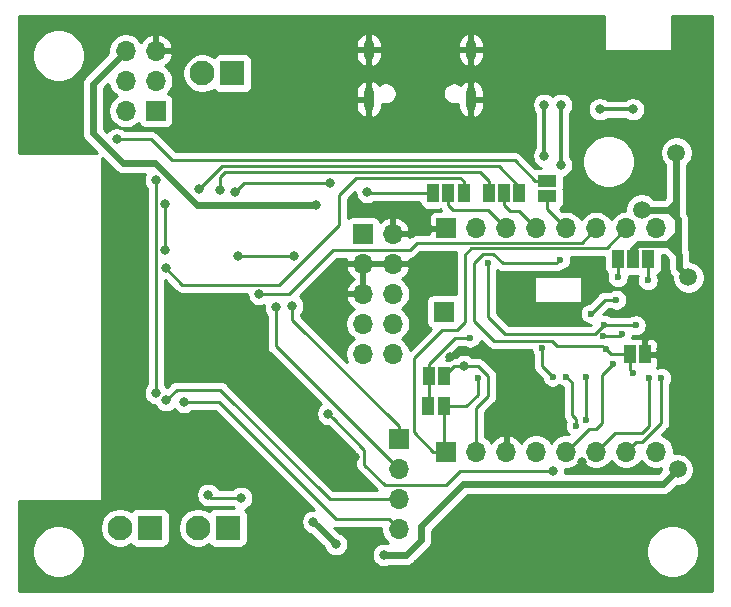
<source format=gbr>
G04 #@! TF.GenerationSoftware,KiCad,Pcbnew,(5.1.5)-2*
G04 #@! TF.CreationDate,2021-03-13T02:14:36+01:00*
G04 #@! TF.ProjectId,Versie1,56657273-6965-4312-9e6b-696361645f70,rev?*
G04 #@! TF.SameCoordinates,Original*
G04 #@! TF.FileFunction,Copper,L2,Bot*
G04 #@! TF.FilePolarity,Positive*
%FSLAX46Y46*%
G04 Gerber Fmt 4.6, Leading zero omitted, Abs format (unit mm)*
G04 Created by KiCad (PCBNEW (5.1.5)-2) date 2021-03-13 02:14:36*
%MOMM*%
%LPD*%
G04 APERTURE LIST*
%ADD10R,1.700000X1.700000*%
%ADD11O,1.700000X1.700000*%
%ADD12R,1.500000X1.000000*%
%ADD13R,1.000000X1.500000*%
%ADD14O,0.900000X2.000000*%
%ADD15O,0.900000X1.700000*%
%ADD16C,2.100000*%
%ADD17R,2.100000X2.100000*%
%ADD18C,0.600000*%
%ADD19C,0.800000*%
%ADD20C,1.500000*%
%ADD21C,0.300000*%
%ADD22C,0.600000*%
%ADD23C,0.250000*%
%ADD24C,0.500000*%
%ADD25C,0.254000*%
G04 APERTURE END LIST*
D10*
X88773000Y-93091000D03*
D11*
X91313000Y-93091000D03*
X88773000Y-95631000D03*
X91313000Y-95631000D03*
X88773000Y-98171000D03*
X91313000Y-98171000D03*
X88773000Y-100711000D03*
X91313000Y-100711000D03*
X88773000Y-103251000D03*
X91313000Y-103251000D03*
D10*
X71247000Y-82677000D03*
D11*
X68707000Y-82677000D03*
X71247000Y-80137000D03*
X68707000Y-80137000D03*
X71247000Y-77597000D03*
X68707000Y-77597000D03*
D10*
X95835000Y-92613500D03*
D11*
X98375000Y-92613500D03*
X100915000Y-92613500D03*
X103455000Y-92613500D03*
X105995000Y-92613500D03*
X108535000Y-92613500D03*
X111075000Y-92613500D03*
X113615000Y-92613500D03*
X113615000Y-111536500D03*
X111075000Y-111536500D03*
X108535000Y-111536500D03*
X105995000Y-111536500D03*
X103455000Y-111536500D03*
X100915000Y-111536500D03*
X98375000Y-111536500D03*
D10*
X95835000Y-111536500D03*
X95631000Y-99695000D03*
D12*
X104394000Y-89931000D03*
X104394000Y-88631000D03*
D13*
X102041000Y-89662000D03*
X100741000Y-89662000D03*
X99441000Y-89662000D03*
X94712000Y-89662000D03*
X96012000Y-89662000D03*
X97312000Y-89662000D03*
X112664000Y-103281500D03*
X111364000Y-103281500D03*
X110363000Y-95250000D03*
X111663000Y-95250000D03*
X112963000Y-95250000D03*
D10*
X91821000Y-110490000D03*
D11*
X91821000Y-113030000D03*
X91821000Y-115570000D03*
X91821000Y-118110000D03*
D14*
X97919000Y-81686000D03*
X89279000Y-81686000D03*
D15*
X97919000Y-77516000D03*
X89279000Y-77516000D03*
D13*
X94331000Y-107696000D03*
X95631000Y-107696000D03*
X95646000Y-105156000D03*
X94346000Y-105156000D03*
D16*
X75184000Y-79502000D03*
D17*
X77724000Y-79502000D03*
X70739000Y-117983000D03*
D16*
X68199000Y-117983000D03*
D17*
X77343000Y-117983000D03*
D16*
X74803000Y-117983000D03*
D18*
X104725000Y-109631500D03*
D19*
X73660000Y-81280000D03*
X78867000Y-112649000D03*
X81407000Y-114935000D03*
X78740000Y-120396000D03*
X77724000Y-120396000D03*
X76581000Y-120396000D03*
X71501000Y-115443000D03*
X67691000Y-114935000D03*
X66040000Y-116713000D03*
X75946000Y-112649000D03*
X74041000Y-114681000D03*
X74295000Y-115697000D03*
X68326000Y-121412000D03*
X69469000Y-122301000D03*
X68072000Y-106807000D03*
X69215000Y-106807000D03*
X68072000Y-105664000D03*
X69215000Y-105664000D03*
X95758000Y-95377000D03*
X95758000Y-96393000D03*
X95758000Y-97409000D03*
X93472000Y-100330000D03*
X93091000Y-101600000D03*
X94107000Y-101346000D03*
X100711000Y-97663000D03*
X100711000Y-98679000D03*
X100838000Y-99949000D03*
X101981000Y-109601000D03*
X99695000Y-109728000D03*
X100838000Y-109601000D03*
X107061000Y-77216000D03*
X107188000Y-78359000D03*
X107061000Y-79502000D03*
X77089000Y-82804000D03*
X75946000Y-82804000D03*
X76454000Y-81661000D03*
X84836000Y-112903000D03*
X88138000Y-112014000D03*
X107315000Y-112432000D03*
X79883000Y-106172000D03*
X81153000Y-106172000D03*
X82423000Y-106172000D03*
X81153000Y-104902000D03*
X79883000Y-104902000D03*
X93472000Y-92583000D03*
X106426000Y-99314000D03*
X96139000Y-103505000D03*
X112077500Y-79565500D03*
X115189000Y-82169000D03*
X115189000Y-81026000D03*
X115189000Y-79883000D03*
X115189000Y-78613000D03*
X112903000Y-84074000D03*
X114046000Y-101854000D03*
X114046000Y-102870000D03*
X117602000Y-101854000D03*
X117602000Y-102870000D03*
X95250000Y-119126000D03*
X96266000Y-118110000D03*
X97282000Y-117094000D03*
X98298000Y-116078000D03*
D20*
X80772000Y-78486000D03*
X80772000Y-80645000D03*
D18*
X103963000Y-102773500D03*
X104852000Y-105186500D03*
X97867000Y-101884500D03*
D19*
X84836000Y-90678000D03*
D20*
X112395000Y-91059000D03*
X115316000Y-86233000D03*
X116332000Y-96774000D03*
D18*
X109982000Y-104140000D03*
X110241358Y-98673642D03*
X108098403Y-99843403D03*
X99391000Y-95598000D03*
X109183153Y-100801153D03*
X113030000Y-105283000D03*
X111887000Y-100838000D03*
D19*
X80010000Y-98171000D03*
D18*
X109119653Y-101753653D03*
X110697001Y-101600000D03*
X105487000Y-95280500D03*
X109347000Y-102870000D03*
X111633000Y-104902000D03*
X107646000Y-105186500D03*
X107646000Y-108869500D03*
D19*
X85852000Y-108331000D03*
X104902000Y-113157000D03*
D18*
X105995000Y-105186500D03*
X106807000Y-109347000D03*
X114046000Y-105283000D03*
X98502000Y-105313500D03*
D19*
X97359000Y-104297500D03*
X71247000Y-88519000D03*
X71247000Y-106553000D03*
X90551000Y-120269000D03*
D20*
X115443000Y-113030000D03*
D19*
X108839000Y-82550000D03*
X111633000Y-82550000D03*
X104140000Y-82169000D03*
X104140000Y-86487000D03*
X72009000Y-90551000D03*
X72009000Y-94488000D03*
X82931000Y-94996000D03*
X78232000Y-94996000D03*
X67945000Y-85090000D03*
X74930000Y-89281000D03*
X76708000Y-89408000D03*
X72078315Y-96012000D03*
X89154000Y-89535000D03*
X85979000Y-88773000D03*
X77978000Y-89535000D03*
D18*
X110363000Y-96774000D03*
X112903000Y-97028000D03*
D19*
X78486000Y-115443000D03*
X75692000Y-115189000D03*
X105537000Y-82169000D03*
X105537000Y-87249000D03*
X82804000Y-99187000D03*
X81407000Y-99314000D03*
X72136000Y-107188000D03*
X73660000Y-107315000D03*
X84582000Y-117475000D03*
X86487000Y-119380000D03*
D21*
X84836000Y-112903000D02*
X85852000Y-111887000D01*
X85852000Y-111887000D02*
X88011000Y-111887000D01*
X88011000Y-111887000D02*
X88138000Y-112014000D01*
D22*
X114046000Y-101854000D02*
X117602000Y-101854000D01*
X114046000Y-102870000D02*
X117602000Y-102870000D01*
D23*
X103963000Y-102773500D02*
X103963000Y-104297500D01*
X103963000Y-104297500D02*
X104852000Y-105186500D01*
X94346000Y-104156000D02*
X94346000Y-105156000D01*
X96617500Y-101884500D02*
X94346000Y-104156000D01*
X97867000Y-101884500D02*
X96617500Y-101884500D01*
X94346000Y-107681000D02*
X94331000Y-107696000D01*
X94346000Y-105156000D02*
X94346000Y-107681000D01*
D22*
X74738002Y-90678000D02*
X84836000Y-90678000D01*
X65913000Y-80391000D02*
X65913000Y-84582000D01*
X65913000Y-84582000D02*
X68453000Y-87122000D01*
X68707000Y-77597000D02*
X65913000Y-80391000D01*
X68453000Y-87122000D02*
X71182002Y-87122000D01*
X71182002Y-87122000D02*
X74738002Y-90678000D01*
X115316000Y-89027000D02*
X115316000Y-86233000D01*
X111663000Y-94399998D02*
X112082998Y-93980000D01*
X111663000Y-95250000D02*
X111663000Y-94399998D01*
X114681000Y-93980000D02*
X115443000Y-94742000D01*
X114554000Y-93980000D02*
X114681000Y-93980000D01*
X112082998Y-93980000D02*
X114554000Y-93980000D01*
X115443000Y-94742000D02*
X115443000Y-93980000D01*
X114554000Y-93980000D02*
X115443000Y-93980000D01*
X114554000Y-93980000D02*
X115443000Y-93091000D01*
X115443000Y-93980000D02*
X115443000Y-93091000D01*
X115443000Y-93091000D02*
X115443000Y-92443498D01*
X112395000Y-91059000D02*
X114681000Y-91059000D01*
X115443000Y-91821000D02*
X115443000Y-92443498D01*
X114681000Y-91059000D02*
X115443000Y-91821000D01*
X114681000Y-91059000D02*
X115316000Y-90424000D01*
X115316000Y-90424000D02*
X115316000Y-89027000D01*
X115316000Y-91694000D02*
X115443000Y-91821000D01*
X115316000Y-90424000D02*
X115316000Y-91694000D01*
X115582001Y-94881001D02*
X114681000Y-93980000D01*
X115582001Y-96024001D02*
X115582001Y-94881001D01*
X116332000Y-96774000D02*
X115582001Y-96024001D01*
D23*
X103455000Y-92613500D02*
X102027500Y-91186000D01*
X101265000Y-91186000D02*
X100741000Y-90662000D01*
X100741000Y-90662000D02*
X100741000Y-89662000D01*
X102027500Y-91186000D02*
X101265000Y-91186000D01*
X107519000Y-110012500D02*
X107900000Y-109631500D01*
X108535000Y-109631500D02*
X109043000Y-109123500D01*
X107900000Y-109631500D02*
X108535000Y-109631500D01*
X105995000Y-111536500D02*
X106844999Y-110686501D01*
X106844999Y-110686501D02*
X107519000Y-110012500D01*
X109043000Y-109123500D02*
X109043000Y-105079000D01*
X109043000Y-105079000D02*
X109982000Y-104140000D01*
X110241358Y-98673642D02*
X109268164Y-98673642D01*
X109268164Y-98673642D02*
X108098403Y-99843403D01*
X108535000Y-111536500D02*
X109384999Y-110686501D01*
X109384999Y-110686501D02*
X110122500Y-109949000D01*
X100915000Y-92613500D02*
X99360500Y-91059000D01*
X96012000Y-90662000D02*
X96012000Y-89662000D01*
X96409000Y-91059000D02*
X96012000Y-90662000D01*
X99360500Y-91059000D02*
X96409000Y-91059000D01*
X99391000Y-100106500D02*
X99391000Y-95598000D01*
X100851500Y-101567000D02*
X99391000Y-100106500D01*
X109183153Y-100801153D02*
X108417306Y-101567000D01*
X108417306Y-101567000D02*
X100851500Y-101567000D01*
X110122500Y-109949000D02*
X112428000Y-109949000D01*
X112428000Y-109949000D02*
X113030000Y-109347000D01*
X113030000Y-109347000D02*
X113030000Y-105283000D01*
X109220000Y-100838000D02*
X109183153Y-100801153D01*
X111887000Y-100838000D02*
X109220000Y-100838000D01*
X108535000Y-92613500D02*
X107295500Y-93853000D01*
X96373520Y-93872480D02*
X93325520Y-93872480D01*
X107295500Y-93853000D02*
X96393000Y-93853000D01*
X96393000Y-93853000D02*
X96373520Y-93872480D01*
X92742001Y-94455999D02*
X86265001Y-94455999D01*
X93325520Y-93872480D02*
X92742001Y-94455999D01*
X86265001Y-94455999D02*
X83566000Y-97155000D01*
X83566000Y-97155000D02*
X82550000Y-98171000D01*
X82550000Y-98171000D02*
X80010000Y-98171000D01*
X109119653Y-101753653D02*
X109685338Y-101753653D01*
X109685338Y-101753653D02*
X110543348Y-101753653D01*
X110543348Y-101753653D02*
X110697001Y-101600000D01*
X104394000Y-91012500D02*
X104394000Y-89931000D01*
X105995000Y-92613500D02*
X104394000Y-91012500D01*
X109758500Y-103281500D02*
X109347000Y-102870000D01*
X105169500Y-95598000D02*
X105487000Y-95280500D01*
X99835500Y-94772500D02*
X100661000Y-95598000D01*
X98184500Y-100487500D02*
X98184500Y-95534500D01*
X109043995Y-102566995D02*
X105216995Y-102566995D01*
X100661000Y-95598000D02*
X105169500Y-95598000D01*
X98946500Y-94772500D02*
X99835500Y-94772500D01*
X105216995Y-102566995D02*
X104798499Y-102148499D01*
X98184500Y-95534500D02*
X98946500Y-94772500D01*
X109347000Y-102870000D02*
X109043995Y-102566995D01*
X104798499Y-102148499D02*
X99845499Y-102148499D01*
X99845499Y-102148499D02*
X98184500Y-100487500D01*
X109758500Y-103281500D02*
X111364000Y-103281500D01*
X111364000Y-103281500D02*
X111364000Y-104633000D01*
X111364000Y-104633000D02*
X111633000Y-104902000D01*
X107646000Y-105186500D02*
X107646000Y-108869500D01*
X85852000Y-108331000D02*
X86251999Y-108730999D01*
X86251999Y-108730999D02*
X88900000Y-111379000D01*
X88900000Y-111379000D02*
X88900000Y-112649000D01*
X90645999Y-114394999D02*
X95790001Y-114394999D01*
X88900000Y-112649000D02*
X90645999Y-114394999D01*
X95790001Y-114394999D02*
X97028000Y-113157000D01*
X97028000Y-113157000D02*
X104902000Y-113157000D01*
X105995000Y-105186500D02*
X106376000Y-105567500D01*
X106376000Y-105567500D02*
X106503000Y-105694500D01*
X106503000Y-108477315D02*
X106503000Y-105694500D01*
X106807000Y-108781315D02*
X106503000Y-108477315D01*
X106807000Y-109347000D02*
X106807000Y-108781315D01*
X111924999Y-110686501D02*
X112452499Y-110686501D01*
X111075000Y-111536500D02*
X111924999Y-110686501D01*
X112452499Y-110686501D02*
X114046000Y-109093000D01*
X114046000Y-109093000D02*
X114046000Y-105283000D01*
X98502000Y-105313500D02*
X98502000Y-106710500D01*
X109424000Y-94264500D02*
X111075000Y-92613500D01*
X95631000Y-111332500D02*
X95835000Y-111536500D01*
X95631000Y-107696000D02*
X95631000Y-111332500D01*
X97516500Y-107696000D02*
X98502000Y-106710500D01*
X95631000Y-107696000D02*
X97516500Y-107696000D01*
X109366010Y-94322490D02*
X109424000Y-94264500D01*
X96774000Y-101219000D02*
X97409000Y-100584000D01*
X95504000Y-101219000D02*
X96774000Y-101219000D01*
X97955510Y-94322490D02*
X109366010Y-94322490D01*
X97409000Y-94869000D02*
X97955510Y-94322490D01*
X97409000Y-100584000D02*
X97409000Y-94869000D01*
X93091000Y-103632000D02*
X95504000Y-101219000D01*
X94735000Y-111536500D02*
X93091000Y-109892500D01*
X95835000Y-111536500D02*
X94735000Y-111536500D01*
X93091000Y-109892500D02*
X93091000Y-103632000D01*
X98375000Y-107853500D02*
X99391000Y-106837500D01*
X98375000Y-111536500D02*
X98375000Y-107853500D01*
X99391000Y-106837500D02*
X99391000Y-105129498D01*
X99391000Y-105129498D02*
X98559002Y-104297500D01*
X98559002Y-104297500D02*
X97359000Y-104297500D01*
X96504500Y-104297500D02*
X95646000Y-105156000D01*
X97359000Y-104297500D02*
X96504500Y-104297500D01*
X71247000Y-88519000D02*
X71247000Y-106553000D01*
D22*
X92202000Y-120269000D02*
X90551000Y-120269000D01*
X92456000Y-120269000D02*
X92202000Y-120269000D01*
X114173000Y-114300000D02*
X97282000Y-114300000D01*
X97282000Y-114300000D02*
X93726000Y-117856000D01*
X93726000Y-117856000D02*
X93726000Y-118999000D01*
X115443000Y-113030000D02*
X114173000Y-114300000D01*
X93726000Y-118999000D02*
X92456000Y-120269000D01*
D21*
X111633000Y-82550000D02*
X108839000Y-82550000D01*
X104140000Y-82169000D02*
X104140000Y-84963000D01*
X104140000Y-86487000D02*
X104140000Y-84963000D01*
D23*
X72009000Y-90551000D02*
X72009000Y-94488000D01*
X82931000Y-94996000D02*
X78232000Y-94996000D01*
X103394000Y-88631000D02*
X101631000Y-86868000D01*
X104394000Y-88631000D02*
X103394000Y-88631000D01*
X101631000Y-86868000D02*
X72644000Y-86868000D01*
X70866000Y-85090000D02*
X67945000Y-85090000D01*
X72644000Y-86868000D02*
X70866000Y-85090000D01*
X76835000Y-87376000D02*
X74930000Y-89281000D01*
X100290002Y-87376000D02*
X76835000Y-87376000D01*
X102041000Y-89126998D02*
X100290002Y-87376000D01*
X102041000Y-89662000D02*
X102041000Y-89126998D01*
X77089000Y-87884000D02*
X76708000Y-88265000D01*
X76708000Y-88265000D02*
X76708000Y-89408000D01*
X98663000Y-87884000D02*
X77089000Y-87884000D01*
X99441000Y-88662000D02*
X98663000Y-87884000D01*
X99441000Y-89662000D02*
X99441000Y-88662000D01*
X73475315Y-97409000D02*
X72078315Y-96012000D01*
X81661000Y-97409000D02*
X73475315Y-97409000D01*
X86741000Y-92329000D02*
X81661000Y-97409000D01*
X97312000Y-88662000D02*
X97042000Y-88392000D01*
X97312000Y-89662000D02*
X97312000Y-88662000D01*
X97042000Y-88392000D02*
X88195002Y-88392000D01*
X88195002Y-88392000D02*
X86741000Y-89846002D01*
X86741000Y-89846002D02*
X86741000Y-92329000D01*
X85979000Y-88773000D02*
X78740000Y-88773000D01*
X78740000Y-88773000D02*
X77978000Y-89535000D01*
X89281000Y-89662000D02*
X89154000Y-89535000D01*
X94712000Y-89662000D02*
X89281000Y-89662000D01*
X110363000Y-96774000D02*
X110363000Y-95250000D01*
X112903000Y-95310000D02*
X112963000Y-95250000D01*
X112903000Y-97028000D02*
X112903000Y-95310000D01*
X78486000Y-115443000D02*
X75946000Y-115443000D01*
X75946000Y-115443000D02*
X75692000Y-115189000D01*
D21*
X105537000Y-82169000D02*
X105537000Y-84963000D01*
X105537000Y-87249000D02*
X105537000Y-84963000D01*
D23*
X91821000Y-109390000D02*
X82804000Y-100373000D01*
X91821000Y-110490000D02*
X91821000Y-109390000D01*
X82804000Y-100373000D02*
X82804000Y-99187000D01*
X91821000Y-113030000D02*
X90971001Y-112180001D01*
X90971001Y-112180001D02*
X81407000Y-102616000D01*
X81407000Y-102616000D02*
X81407000Y-99314000D01*
X73025000Y-106299000D02*
X72136000Y-107188000D01*
X76708000Y-106299000D02*
X76073000Y-106299000D01*
X85979000Y-115570000D02*
X76708000Y-106299000D01*
X91821000Y-115570000D02*
X85979000Y-115570000D01*
X76073000Y-106299000D02*
X73025000Y-106299000D01*
X91821000Y-118110000D02*
X90971001Y-117260001D01*
X76581000Y-107315000D02*
X73660000Y-107315000D01*
X90971001Y-117260001D02*
X86526001Y-117260001D01*
X86526001Y-117260001D02*
X85979000Y-116713000D01*
X85979000Y-116713000D02*
X76581000Y-107315000D01*
D24*
X84582000Y-117475000D02*
X84981999Y-117874999D01*
X84981999Y-117874999D02*
X86487000Y-119380000D01*
D25*
G36*
X109220000Y-77470000D02*
G01*
X109222440Y-77494776D01*
X109229667Y-77518601D01*
X109241403Y-77540557D01*
X109257197Y-77559803D01*
X109276443Y-77575597D01*
X109298399Y-77587333D01*
X109322224Y-77594560D01*
X109347000Y-77597000D01*
X114808000Y-77597000D01*
X114832776Y-77594560D01*
X114856601Y-77587333D01*
X114878557Y-77575597D01*
X114897803Y-77559803D01*
X114913597Y-77540557D01*
X114925333Y-77518601D01*
X114932560Y-77494776D01*
X114935000Y-77470000D01*
X114935000Y-74660000D01*
X118340000Y-74660000D01*
X118340001Y-122967572D01*
X118340000Y-122967582D01*
X118340000Y-123340000D01*
X59660000Y-123340000D01*
X59660000Y-119779872D01*
X60765000Y-119779872D01*
X60765000Y-120220128D01*
X60850890Y-120651925D01*
X61019369Y-121058669D01*
X61263962Y-121424729D01*
X61575271Y-121736038D01*
X61941331Y-121980631D01*
X62348075Y-122149110D01*
X62779872Y-122235000D01*
X63220128Y-122235000D01*
X63651925Y-122149110D01*
X64058669Y-121980631D01*
X64424729Y-121736038D01*
X64736038Y-121424729D01*
X64980631Y-121058669D01*
X65149110Y-120651925D01*
X65235000Y-120220128D01*
X65235000Y-119779872D01*
X65149110Y-119348075D01*
X64980631Y-118941331D01*
X64736038Y-118575271D01*
X64424729Y-118263962D01*
X64058669Y-118019369D01*
X63651925Y-117850890D01*
X63481761Y-117817042D01*
X66514000Y-117817042D01*
X66514000Y-118148958D01*
X66578754Y-118474496D01*
X66705772Y-118781147D01*
X66890175Y-119057125D01*
X67124875Y-119291825D01*
X67400853Y-119476228D01*
X67707504Y-119603246D01*
X68033042Y-119668000D01*
X68364958Y-119668000D01*
X68690496Y-119603246D01*
X68997147Y-119476228D01*
X69150958Y-119373454D01*
X69158463Y-119387494D01*
X69237815Y-119484185D01*
X69334506Y-119563537D01*
X69444820Y-119622502D01*
X69564518Y-119658812D01*
X69689000Y-119671072D01*
X71789000Y-119671072D01*
X71913482Y-119658812D01*
X72033180Y-119622502D01*
X72143494Y-119563537D01*
X72240185Y-119484185D01*
X72319537Y-119387494D01*
X72378502Y-119277180D01*
X72414812Y-119157482D01*
X72427072Y-119033000D01*
X72427072Y-117817042D01*
X73118000Y-117817042D01*
X73118000Y-118148958D01*
X73182754Y-118474496D01*
X73309772Y-118781147D01*
X73494175Y-119057125D01*
X73728875Y-119291825D01*
X74004853Y-119476228D01*
X74311504Y-119603246D01*
X74637042Y-119668000D01*
X74968958Y-119668000D01*
X75294496Y-119603246D01*
X75601147Y-119476228D01*
X75754958Y-119373454D01*
X75762463Y-119387494D01*
X75841815Y-119484185D01*
X75938506Y-119563537D01*
X76048820Y-119622502D01*
X76168518Y-119658812D01*
X76293000Y-119671072D01*
X78393000Y-119671072D01*
X78517482Y-119658812D01*
X78637180Y-119622502D01*
X78747494Y-119563537D01*
X78844185Y-119484185D01*
X78923537Y-119387494D01*
X78982502Y-119277180D01*
X79018812Y-119157482D01*
X79031072Y-119033000D01*
X79031072Y-116933000D01*
X79018812Y-116808518D01*
X78982502Y-116688820D01*
X78923537Y-116578506D01*
X78844185Y-116481815D01*
X78790007Y-116437352D01*
X78976256Y-116360205D01*
X79145774Y-116246937D01*
X79289937Y-116102774D01*
X79403205Y-115933256D01*
X79481226Y-115744898D01*
X79521000Y-115544939D01*
X79521000Y-115341061D01*
X79481226Y-115141102D01*
X79403205Y-114952744D01*
X79289937Y-114783226D01*
X79145774Y-114639063D01*
X78976256Y-114525795D01*
X78787898Y-114447774D01*
X78587939Y-114408000D01*
X78384061Y-114408000D01*
X78184102Y-114447774D01*
X77995744Y-114525795D01*
X77826226Y-114639063D01*
X77782289Y-114683000D01*
X76598685Y-114683000D01*
X76495937Y-114529226D01*
X76351774Y-114385063D01*
X76182256Y-114271795D01*
X75993898Y-114193774D01*
X75793939Y-114154000D01*
X75590061Y-114154000D01*
X75390102Y-114193774D01*
X75201744Y-114271795D01*
X75032226Y-114385063D01*
X74888063Y-114529226D01*
X74774795Y-114698744D01*
X74696774Y-114887102D01*
X74657000Y-115087061D01*
X74657000Y-115290939D01*
X74696774Y-115490898D01*
X74774795Y-115679256D01*
X74888063Y-115848774D01*
X75032226Y-115992937D01*
X75201744Y-116106205D01*
X75390102Y-116184226D01*
X75590061Y-116224000D01*
X75793939Y-116224000D01*
X75902545Y-116202397D01*
X75908667Y-116203000D01*
X75908676Y-116203000D01*
X75945999Y-116206676D01*
X75983322Y-116203000D01*
X77782289Y-116203000D01*
X77826226Y-116246937D01*
X77898050Y-116294928D01*
X76293000Y-116294928D01*
X76168518Y-116307188D01*
X76048820Y-116343498D01*
X75938506Y-116402463D01*
X75841815Y-116481815D01*
X75762463Y-116578506D01*
X75754958Y-116592546D01*
X75601147Y-116489772D01*
X75294496Y-116362754D01*
X74968958Y-116298000D01*
X74637042Y-116298000D01*
X74311504Y-116362754D01*
X74004853Y-116489772D01*
X73728875Y-116674175D01*
X73494175Y-116908875D01*
X73309772Y-117184853D01*
X73182754Y-117491504D01*
X73118000Y-117817042D01*
X72427072Y-117817042D01*
X72427072Y-116933000D01*
X72414812Y-116808518D01*
X72378502Y-116688820D01*
X72319537Y-116578506D01*
X72240185Y-116481815D01*
X72143494Y-116402463D01*
X72033180Y-116343498D01*
X71913482Y-116307188D01*
X71789000Y-116294928D01*
X69689000Y-116294928D01*
X69564518Y-116307188D01*
X69444820Y-116343498D01*
X69334506Y-116402463D01*
X69237815Y-116481815D01*
X69158463Y-116578506D01*
X69150958Y-116592546D01*
X68997147Y-116489772D01*
X68690496Y-116362754D01*
X68364958Y-116298000D01*
X68033042Y-116298000D01*
X67707504Y-116362754D01*
X67400853Y-116489772D01*
X67124875Y-116674175D01*
X66890175Y-116908875D01*
X66705772Y-117184853D01*
X66578754Y-117491504D01*
X66514000Y-117817042D01*
X63481761Y-117817042D01*
X63220128Y-117765000D01*
X62779872Y-117765000D01*
X62348075Y-117850890D01*
X61941331Y-118019369D01*
X61575271Y-118263962D01*
X61263962Y-118575271D01*
X61019369Y-118941331D01*
X60850890Y-119348075D01*
X60765000Y-119779872D01*
X59660000Y-119779872D01*
X59660000Y-115697000D01*
X66548000Y-115697000D01*
X66572776Y-115694560D01*
X66596601Y-115687333D01*
X66618557Y-115675597D01*
X66637803Y-115659803D01*
X66653597Y-115640557D01*
X66665333Y-115618601D01*
X66672560Y-115594776D01*
X66675000Y-115570000D01*
X66675000Y-86666290D01*
X67759374Y-87750664D01*
X67788656Y-87786344D01*
X67931028Y-87903186D01*
X68093460Y-87990007D01*
X68205511Y-88023997D01*
X68269707Y-88043471D01*
X68288110Y-88045283D01*
X68407068Y-88057000D01*
X68407074Y-88057000D01*
X68452999Y-88061523D01*
X68498924Y-88057000D01*
X70318091Y-88057000D01*
X70251774Y-88217102D01*
X70212000Y-88417061D01*
X70212000Y-88620939D01*
X70251774Y-88820898D01*
X70329795Y-89009256D01*
X70443063Y-89178774D01*
X70487000Y-89222711D01*
X70487001Y-105849288D01*
X70443063Y-105893226D01*
X70329795Y-106062744D01*
X70251774Y-106251102D01*
X70212000Y-106451061D01*
X70212000Y-106654939D01*
X70251774Y-106854898D01*
X70329795Y-107043256D01*
X70443063Y-107212774D01*
X70587226Y-107356937D01*
X70756744Y-107470205D01*
X70945102Y-107548226D01*
X71145061Y-107588000D01*
X71181409Y-107588000D01*
X71218795Y-107678256D01*
X71332063Y-107847774D01*
X71476226Y-107991937D01*
X71645744Y-108105205D01*
X71834102Y-108183226D01*
X72034061Y-108223000D01*
X72237939Y-108223000D01*
X72437898Y-108183226D01*
X72626256Y-108105205D01*
X72795774Y-107991937D01*
X72838789Y-107948922D01*
X72856063Y-107974774D01*
X73000226Y-108118937D01*
X73169744Y-108232205D01*
X73358102Y-108310226D01*
X73558061Y-108350000D01*
X73761939Y-108350000D01*
X73961898Y-108310226D01*
X74150256Y-108232205D01*
X74319774Y-108118937D01*
X74363711Y-108075000D01*
X76266199Y-108075000D01*
X84631198Y-116440000D01*
X84480061Y-116440000D01*
X84280102Y-116479774D01*
X84091744Y-116557795D01*
X83922226Y-116671063D01*
X83778063Y-116815226D01*
X83664795Y-116984744D01*
X83586774Y-117173102D01*
X83547000Y-117373061D01*
X83547000Y-117576939D01*
X83586774Y-117776898D01*
X83664795Y-117965256D01*
X83778063Y-118134774D01*
X83922226Y-118278937D01*
X84091744Y-118392205D01*
X84280102Y-118470226D01*
X84336957Y-118481535D01*
X85480465Y-119625044D01*
X85491774Y-119681898D01*
X85569795Y-119870256D01*
X85683063Y-120039774D01*
X85827226Y-120183937D01*
X85996744Y-120297205D01*
X86185102Y-120375226D01*
X86385061Y-120415000D01*
X86588939Y-120415000D01*
X86788898Y-120375226D01*
X86977256Y-120297205D01*
X87146774Y-120183937D01*
X87290937Y-120039774D01*
X87404205Y-119870256D01*
X87482226Y-119681898D01*
X87522000Y-119481939D01*
X87522000Y-119278061D01*
X87482226Y-119078102D01*
X87404205Y-118889744D01*
X87290937Y-118720226D01*
X87146774Y-118576063D01*
X86977256Y-118462795D01*
X86788898Y-118384774D01*
X86732044Y-118373465D01*
X86363475Y-118004897D01*
X86377015Y-118009004D01*
X86488668Y-118020001D01*
X86488677Y-118020001D01*
X86526000Y-118023677D01*
X86563323Y-118020001D01*
X90336000Y-118020001D01*
X90336000Y-118256260D01*
X90393068Y-118543158D01*
X90505010Y-118813411D01*
X90667525Y-119056632D01*
X90874368Y-119263475D01*
X90949939Y-119313970D01*
X90852898Y-119273774D01*
X90652939Y-119234000D01*
X90449061Y-119234000D01*
X90249102Y-119273774D01*
X90060744Y-119351795D01*
X89891226Y-119465063D01*
X89747063Y-119609226D01*
X89633795Y-119778744D01*
X89555774Y-119967102D01*
X89516000Y-120167061D01*
X89516000Y-120370939D01*
X89555774Y-120570898D01*
X89633795Y-120759256D01*
X89747063Y-120928774D01*
X89891226Y-121072937D01*
X90060744Y-121186205D01*
X90249102Y-121264226D01*
X90449061Y-121304000D01*
X90652939Y-121304000D01*
X90852898Y-121264226D01*
X90998295Y-121204000D01*
X92410068Y-121204000D01*
X92456000Y-121208524D01*
X92501932Y-121204000D01*
X92639292Y-121190471D01*
X92815540Y-121137007D01*
X92977972Y-121050186D01*
X93120344Y-120933344D01*
X93149630Y-120897659D01*
X94267417Y-119779872D01*
X112765000Y-119779872D01*
X112765000Y-120220128D01*
X112850890Y-120651925D01*
X113019369Y-121058669D01*
X113263962Y-121424729D01*
X113575271Y-121736038D01*
X113941331Y-121980631D01*
X114348075Y-122149110D01*
X114779872Y-122235000D01*
X115220128Y-122235000D01*
X115651925Y-122149110D01*
X116058669Y-121980631D01*
X116424729Y-121736038D01*
X116736038Y-121424729D01*
X116980631Y-121058669D01*
X117149110Y-120651925D01*
X117235000Y-120220128D01*
X117235000Y-119779872D01*
X117149110Y-119348075D01*
X116980631Y-118941331D01*
X116736038Y-118575271D01*
X116424729Y-118263962D01*
X116058669Y-118019369D01*
X115651925Y-117850890D01*
X115220128Y-117765000D01*
X114779872Y-117765000D01*
X114348075Y-117850890D01*
X113941331Y-118019369D01*
X113575271Y-118263962D01*
X113263962Y-118575271D01*
X113019369Y-118941331D01*
X112850890Y-119348075D01*
X112765000Y-119779872D01*
X94267417Y-119779872D01*
X94354664Y-119692626D01*
X94390344Y-119663344D01*
X94507186Y-119520972D01*
X94594007Y-119358540D01*
X94647471Y-119182292D01*
X94661000Y-119044932D01*
X94665524Y-118999001D01*
X94661000Y-118953069D01*
X94661000Y-118243289D01*
X97669290Y-115235000D01*
X114127068Y-115235000D01*
X114173000Y-115239524D01*
X114218932Y-115235000D01*
X114356292Y-115221471D01*
X114532540Y-115168007D01*
X114694972Y-115081186D01*
X114837344Y-114964344D01*
X114866630Y-114928659D01*
X115380289Y-114415000D01*
X115579411Y-114415000D01*
X115846989Y-114361775D01*
X116099043Y-114257371D01*
X116325886Y-114105799D01*
X116518799Y-113912886D01*
X116670371Y-113686043D01*
X116774775Y-113433989D01*
X116828000Y-113166411D01*
X116828000Y-112893589D01*
X116774775Y-112626011D01*
X116670371Y-112373957D01*
X116518799Y-112147114D01*
X116325886Y-111954201D01*
X116099043Y-111802629D01*
X115846989Y-111698225D01*
X115579411Y-111645000D01*
X115306589Y-111645000D01*
X115099310Y-111686231D01*
X115100000Y-111682760D01*
X115100000Y-111390240D01*
X115042932Y-111103342D01*
X114930990Y-110833089D01*
X114768475Y-110589868D01*
X114561632Y-110383025D01*
X114318411Y-110220510D01*
X114088517Y-110125285D01*
X114557004Y-109656798D01*
X114586001Y-109633001D01*
X114680974Y-109517276D01*
X114751546Y-109385247D01*
X114795003Y-109241986D01*
X114806000Y-109130333D01*
X114806000Y-109130325D01*
X114809676Y-109093000D01*
X114806000Y-109055675D01*
X114806000Y-105828535D01*
X114874586Y-105725889D01*
X114945068Y-105555729D01*
X114981000Y-105375089D01*
X114981000Y-105190911D01*
X114945068Y-105010271D01*
X114874586Y-104840111D01*
X114772262Y-104686972D01*
X114642028Y-104556738D01*
X114488889Y-104454414D01*
X114318729Y-104383932D01*
X114138089Y-104348000D01*
X113953911Y-104348000D01*
X113773271Y-104383932D01*
X113656553Y-104432278D01*
X113694537Y-104385994D01*
X113753502Y-104275680D01*
X113789812Y-104155982D01*
X113802072Y-104031500D01*
X113799000Y-103567250D01*
X113640250Y-103408500D01*
X112791000Y-103408500D01*
X112791000Y-103428500D01*
X112537000Y-103428500D01*
X112537000Y-103408500D01*
X112517000Y-103408500D01*
X112517000Y-103154500D01*
X112537000Y-103154500D01*
X112537000Y-102055250D01*
X112791000Y-102055250D01*
X112791000Y-103154500D01*
X113640250Y-103154500D01*
X113799000Y-102995750D01*
X113802072Y-102531500D01*
X113789812Y-102407018D01*
X113753502Y-102287320D01*
X113694537Y-102177006D01*
X113615185Y-102080315D01*
X113518494Y-102000963D01*
X113408180Y-101941998D01*
X113288482Y-101905688D01*
X113164000Y-101893428D01*
X112949750Y-101896500D01*
X112791000Y-102055250D01*
X112537000Y-102055250D01*
X112378250Y-101896500D01*
X112164000Y-101893428D01*
X112039518Y-101905688D01*
X112014000Y-101913429D01*
X111988482Y-101905688D01*
X111864000Y-101893428D01*
X111587495Y-101893428D01*
X111596069Y-101872729D01*
X111622720Y-101738749D01*
X111794911Y-101773000D01*
X111979089Y-101773000D01*
X112159729Y-101737068D01*
X112329889Y-101666586D01*
X112483028Y-101564262D01*
X112613262Y-101434028D01*
X112715586Y-101280889D01*
X112786068Y-101110729D01*
X112822000Y-100930089D01*
X112822000Y-100745911D01*
X112786068Y-100565271D01*
X112715586Y-100395111D01*
X112613262Y-100241972D01*
X112483028Y-100111738D01*
X112329889Y-100009414D01*
X112159729Y-99938932D01*
X111979089Y-99903000D01*
X111794911Y-99903000D01*
X111614271Y-99938932D01*
X111444111Y-100009414D01*
X111341465Y-100078000D01*
X109782290Y-100078000D01*
X109779181Y-100074891D01*
X109626042Y-99972567D01*
X109455882Y-99902085D01*
X109275242Y-99866153D01*
X109150454Y-99866153D01*
X109582966Y-99433642D01*
X109695823Y-99433642D01*
X109798469Y-99502228D01*
X109968629Y-99572710D01*
X110149269Y-99608642D01*
X110333447Y-99608642D01*
X110514087Y-99572710D01*
X110684247Y-99502228D01*
X110837386Y-99399904D01*
X110967620Y-99269670D01*
X111069944Y-99116531D01*
X111140426Y-98946371D01*
X111176358Y-98765731D01*
X111176358Y-98581553D01*
X111140426Y-98400913D01*
X111069944Y-98230753D01*
X110967620Y-98077614D01*
X110837386Y-97947380D01*
X110684247Y-97845056D01*
X110514087Y-97774574D01*
X110333447Y-97738642D01*
X110149269Y-97738642D01*
X109968629Y-97774574D01*
X109798469Y-97845056D01*
X109695823Y-97913642D01*
X109305487Y-97913642D01*
X109268164Y-97909966D01*
X109230841Y-97913642D01*
X109230831Y-97913642D01*
X109119178Y-97924639D01*
X108975917Y-97968096D01*
X108843888Y-98038668D01*
X108728163Y-98133641D01*
X108704365Y-98162639D01*
X107946754Y-98920250D01*
X107825674Y-98944335D01*
X107655514Y-99014817D01*
X107502375Y-99117141D01*
X107372141Y-99247375D01*
X107269817Y-99400514D01*
X107199335Y-99570674D01*
X107163403Y-99751314D01*
X107163403Y-99935492D01*
X107199335Y-100116132D01*
X107269817Y-100286292D01*
X107372141Y-100439431D01*
X107502375Y-100569665D01*
X107655514Y-100671989D01*
X107825674Y-100742471D01*
X108006314Y-100778403D01*
X108131102Y-100778403D01*
X108102505Y-100807000D01*
X101166302Y-100807000D01*
X100151000Y-99791699D01*
X100151000Y-96774000D01*
X103251000Y-96774000D01*
X103251000Y-98806000D01*
X103253440Y-98830776D01*
X103260667Y-98854601D01*
X103272403Y-98876557D01*
X103288197Y-98895803D01*
X103307443Y-98911597D01*
X103329399Y-98923333D01*
X103353224Y-98930560D01*
X103378000Y-98933000D01*
X107188000Y-98933000D01*
X107212776Y-98930560D01*
X107236601Y-98923333D01*
X107258557Y-98911597D01*
X107277803Y-98895803D01*
X107293597Y-98876557D01*
X107305333Y-98854601D01*
X107312560Y-98830776D01*
X107315000Y-98806000D01*
X107315000Y-96774000D01*
X107312560Y-96749224D01*
X107305333Y-96725399D01*
X107293597Y-96703443D01*
X107277803Y-96684197D01*
X107258557Y-96668403D01*
X107236601Y-96656667D01*
X107212776Y-96649440D01*
X107188000Y-96647000D01*
X103378000Y-96647000D01*
X103353224Y-96649440D01*
X103329399Y-96656667D01*
X103307443Y-96668403D01*
X103288197Y-96684197D01*
X103272403Y-96703443D01*
X103260667Y-96725399D01*
X103253440Y-96749224D01*
X103251000Y-96774000D01*
X100151000Y-96774000D01*
X100151000Y-96162622D01*
X100236724Y-96232974D01*
X100368753Y-96303546D01*
X100512014Y-96347003D01*
X100623667Y-96358000D01*
X100623676Y-96358000D01*
X100660999Y-96361676D01*
X100698322Y-96358000D01*
X105132178Y-96358000D01*
X105169500Y-96361676D01*
X105206822Y-96358000D01*
X105206833Y-96358000D01*
X105318486Y-96347003D01*
X105461747Y-96303546D01*
X105593776Y-96232974D01*
X105626579Y-96206054D01*
X105759729Y-96179568D01*
X105929889Y-96109086D01*
X106083028Y-96006762D01*
X106213262Y-95876528D01*
X106315586Y-95723389D01*
X106386068Y-95553229D01*
X106422000Y-95372589D01*
X106422000Y-95188411D01*
X106400931Y-95082490D01*
X109224928Y-95082490D01*
X109224928Y-96000000D01*
X109237188Y-96124482D01*
X109273498Y-96244180D01*
X109332463Y-96354494D01*
X109411815Y-96451185D01*
X109466193Y-96495812D01*
X109463932Y-96501271D01*
X109428000Y-96681911D01*
X109428000Y-96866089D01*
X109463932Y-97046729D01*
X109534414Y-97216889D01*
X109636738Y-97370028D01*
X109766972Y-97500262D01*
X109920111Y-97602586D01*
X110090271Y-97673068D01*
X110270911Y-97709000D01*
X110455089Y-97709000D01*
X110635729Y-97673068D01*
X110805889Y-97602586D01*
X110959028Y-97500262D01*
X111089262Y-97370028D01*
X111191586Y-97216889D01*
X111262068Y-97046729D01*
X111298000Y-96866089D01*
X111298000Y-96681911D01*
X111289280Y-96638072D01*
X112052477Y-96638072D01*
X112003932Y-96755271D01*
X111968000Y-96935911D01*
X111968000Y-97120089D01*
X112003932Y-97300729D01*
X112074414Y-97470889D01*
X112176738Y-97624028D01*
X112306972Y-97754262D01*
X112460111Y-97856586D01*
X112630271Y-97927068D01*
X112810911Y-97963000D01*
X112995089Y-97963000D01*
X113175729Y-97927068D01*
X113345889Y-97856586D01*
X113499028Y-97754262D01*
X113629262Y-97624028D01*
X113731586Y-97470889D01*
X113802068Y-97300729D01*
X113838000Y-97120089D01*
X113838000Y-96935911D01*
X113802068Y-96755271D01*
X113731586Y-96585111D01*
X113727325Y-96578734D01*
X113817494Y-96530537D01*
X113914185Y-96451185D01*
X113993537Y-96354494D01*
X114052502Y-96244180D01*
X114088812Y-96124482D01*
X114101072Y-96000000D01*
X114101072Y-94915000D01*
X114293711Y-94915000D01*
X114647002Y-95268291D01*
X114647001Y-95978068D01*
X114642477Y-96024001D01*
X114647001Y-96069932D01*
X114660530Y-96207292D01*
X114713994Y-96383540D01*
X114800815Y-96545972D01*
X114917657Y-96688345D01*
X114947000Y-96712426D01*
X114947000Y-96910411D01*
X115000225Y-97177989D01*
X115104629Y-97430043D01*
X115256201Y-97656886D01*
X115449114Y-97849799D01*
X115675957Y-98001371D01*
X115928011Y-98105775D01*
X116195589Y-98159000D01*
X116468411Y-98159000D01*
X116735989Y-98105775D01*
X116988043Y-98001371D01*
X117214886Y-97849799D01*
X117407799Y-97656886D01*
X117559371Y-97430043D01*
X117663775Y-97177989D01*
X117717000Y-96910411D01*
X117717000Y-96637589D01*
X117663775Y-96370011D01*
X117559371Y-96117957D01*
X117407799Y-95891114D01*
X117214886Y-95698201D01*
X116988043Y-95546629D01*
X116735989Y-95442225D01*
X116517001Y-95398665D01*
X116517001Y-94926933D01*
X116521525Y-94881001D01*
X116503472Y-94697709D01*
X116492943Y-94663000D01*
X116450008Y-94521461D01*
X116378000Y-94386742D01*
X116378000Y-94025931D01*
X116382524Y-93980000D01*
X116378000Y-93934068D01*
X116378000Y-93136931D01*
X116382524Y-93091000D01*
X116378000Y-93045068D01*
X116378000Y-91866935D01*
X116382524Y-91821000D01*
X116382522Y-91820974D01*
X116376664Y-91761503D01*
X116364472Y-91637708D01*
X116329380Y-91522027D01*
X116311007Y-91461460D01*
X116251000Y-91349194D01*
X116251000Y-90469931D01*
X116255524Y-90424000D01*
X116251000Y-90378065D01*
X116251000Y-87256685D01*
X116391799Y-87115886D01*
X116543371Y-86889043D01*
X116647775Y-86636989D01*
X116701000Y-86369411D01*
X116701000Y-86096589D01*
X116647775Y-85829011D01*
X116543371Y-85576957D01*
X116391799Y-85350114D01*
X116198886Y-85157201D01*
X115972043Y-85005629D01*
X115719989Y-84901225D01*
X115452411Y-84848000D01*
X115179589Y-84848000D01*
X114912011Y-84901225D01*
X114659957Y-85005629D01*
X114433114Y-85157201D01*
X114240201Y-85350114D01*
X114088629Y-85576957D01*
X113984225Y-85829011D01*
X113931000Y-86096589D01*
X113931000Y-86369411D01*
X113984225Y-86636989D01*
X114088629Y-86889043D01*
X114240201Y-87115886D01*
X114381001Y-87256686D01*
X114381000Y-89072931D01*
X114381001Y-89072941D01*
X114381000Y-90036711D01*
X114293711Y-90124000D01*
X113418685Y-90124000D01*
X113277886Y-89983201D01*
X113051043Y-89831629D01*
X112798989Y-89727225D01*
X112531411Y-89674000D01*
X112258589Y-89674000D01*
X111991011Y-89727225D01*
X111738957Y-89831629D01*
X111512114Y-89983201D01*
X111319201Y-90176114D01*
X111167629Y-90402957D01*
X111063225Y-90655011D01*
X111010000Y-90922589D01*
X111010000Y-91128500D01*
X110928740Y-91128500D01*
X110641842Y-91185568D01*
X110371589Y-91297510D01*
X110128368Y-91460025D01*
X109921525Y-91666868D01*
X109805000Y-91841260D01*
X109688475Y-91666868D01*
X109481632Y-91460025D01*
X109238411Y-91297510D01*
X108968158Y-91185568D01*
X108681260Y-91128500D01*
X108388740Y-91128500D01*
X108101842Y-91185568D01*
X107831589Y-91297510D01*
X107588368Y-91460025D01*
X107381525Y-91666868D01*
X107265000Y-91841260D01*
X107148475Y-91666868D01*
X106941632Y-91460025D01*
X106698411Y-91297510D01*
X106428158Y-91185568D01*
X106141260Y-91128500D01*
X105848740Y-91128500D01*
X105628592Y-91172291D01*
X105445933Y-90989632D01*
X105498494Y-90961537D01*
X105595185Y-90882185D01*
X105674537Y-90785494D01*
X105733502Y-90675180D01*
X105769812Y-90555482D01*
X105782072Y-90431000D01*
X105782072Y-89431000D01*
X105769812Y-89306518D01*
X105762071Y-89281000D01*
X105769812Y-89255482D01*
X105782072Y-89131000D01*
X105782072Y-88255529D01*
X105838898Y-88244226D01*
X106027256Y-88166205D01*
X106196774Y-88052937D01*
X106340937Y-87908774D01*
X106454205Y-87739256D01*
X106532226Y-87550898D01*
X106572000Y-87350939D01*
X106572000Y-87147061D01*
X106532226Y-86947102D01*
X106460886Y-86774872D01*
X107366000Y-86774872D01*
X107366000Y-87215128D01*
X107451890Y-87646925D01*
X107620369Y-88053669D01*
X107864962Y-88419729D01*
X108176271Y-88731038D01*
X108542331Y-88975631D01*
X108949075Y-89144110D01*
X109380872Y-89230000D01*
X109821128Y-89230000D01*
X110252925Y-89144110D01*
X110659669Y-88975631D01*
X111025729Y-88731038D01*
X111337038Y-88419729D01*
X111581631Y-88053669D01*
X111750110Y-87646925D01*
X111836000Y-87215128D01*
X111836000Y-86774872D01*
X111750110Y-86343075D01*
X111581631Y-85936331D01*
X111337038Y-85570271D01*
X111025729Y-85258962D01*
X110659669Y-85014369D01*
X110252925Y-84845890D01*
X109821128Y-84760000D01*
X109380872Y-84760000D01*
X108949075Y-84845890D01*
X108542331Y-85014369D01*
X108176271Y-85258962D01*
X107864962Y-85570271D01*
X107620369Y-85936331D01*
X107451890Y-86343075D01*
X107366000Y-86774872D01*
X106460886Y-86774872D01*
X106454205Y-86758744D01*
X106340937Y-86589226D01*
X106322000Y-86570289D01*
X106322000Y-82847711D01*
X106340937Y-82828774D01*
X106454205Y-82659256D01*
X106532226Y-82470898D01*
X106536768Y-82448061D01*
X107804000Y-82448061D01*
X107804000Y-82651939D01*
X107843774Y-82851898D01*
X107921795Y-83040256D01*
X108035063Y-83209774D01*
X108179226Y-83353937D01*
X108348744Y-83467205D01*
X108537102Y-83545226D01*
X108737061Y-83585000D01*
X108940939Y-83585000D01*
X109140898Y-83545226D01*
X109329256Y-83467205D01*
X109498774Y-83353937D01*
X109517711Y-83335000D01*
X110954289Y-83335000D01*
X110973226Y-83353937D01*
X111142744Y-83467205D01*
X111331102Y-83545226D01*
X111531061Y-83585000D01*
X111734939Y-83585000D01*
X111934898Y-83545226D01*
X112123256Y-83467205D01*
X112292774Y-83353937D01*
X112436937Y-83209774D01*
X112550205Y-83040256D01*
X112628226Y-82851898D01*
X112668000Y-82651939D01*
X112668000Y-82448061D01*
X112628226Y-82248102D01*
X112550205Y-82059744D01*
X112436937Y-81890226D01*
X112292774Y-81746063D01*
X112123256Y-81632795D01*
X111934898Y-81554774D01*
X111734939Y-81515000D01*
X111531061Y-81515000D01*
X111331102Y-81554774D01*
X111142744Y-81632795D01*
X110973226Y-81746063D01*
X110954289Y-81765000D01*
X109517711Y-81765000D01*
X109498774Y-81746063D01*
X109329256Y-81632795D01*
X109140898Y-81554774D01*
X108940939Y-81515000D01*
X108737061Y-81515000D01*
X108537102Y-81554774D01*
X108348744Y-81632795D01*
X108179226Y-81746063D01*
X108035063Y-81890226D01*
X107921795Y-82059744D01*
X107843774Y-82248102D01*
X107804000Y-82448061D01*
X106536768Y-82448061D01*
X106572000Y-82270939D01*
X106572000Y-82067061D01*
X106532226Y-81867102D01*
X106454205Y-81678744D01*
X106340937Y-81509226D01*
X106196774Y-81365063D01*
X106027256Y-81251795D01*
X105838898Y-81173774D01*
X105638939Y-81134000D01*
X105435061Y-81134000D01*
X105235102Y-81173774D01*
X105046744Y-81251795D01*
X104877226Y-81365063D01*
X104838500Y-81403789D01*
X104799774Y-81365063D01*
X104630256Y-81251795D01*
X104441898Y-81173774D01*
X104241939Y-81134000D01*
X104038061Y-81134000D01*
X103838102Y-81173774D01*
X103649744Y-81251795D01*
X103480226Y-81365063D01*
X103336063Y-81509226D01*
X103222795Y-81678744D01*
X103144774Y-81867102D01*
X103105000Y-82067061D01*
X103105000Y-82270939D01*
X103144774Y-82470898D01*
X103222795Y-82659256D01*
X103336063Y-82828774D01*
X103355000Y-82847711D01*
X103355001Y-84924439D01*
X103355000Y-85808289D01*
X103336063Y-85827226D01*
X103222795Y-85996744D01*
X103144774Y-86185102D01*
X103105000Y-86385061D01*
X103105000Y-86588939D01*
X103144774Y-86788898D01*
X103222795Y-86977256D01*
X103336063Y-87146774D01*
X103480226Y-87290937D01*
X103649744Y-87404205D01*
X103838102Y-87482226D01*
X103891905Y-87492928D01*
X103644000Y-87492928D01*
X103519518Y-87505188D01*
X103399820Y-87541498D01*
X103386448Y-87548646D01*
X102194804Y-86357003D01*
X102171001Y-86327999D01*
X102055276Y-86233026D01*
X101923247Y-86162454D01*
X101779986Y-86118997D01*
X101668333Y-86108000D01*
X101668322Y-86108000D01*
X101631000Y-86104324D01*
X101593678Y-86108000D01*
X72958802Y-86108000D01*
X71429804Y-84579003D01*
X71406001Y-84549999D01*
X71290276Y-84455026D01*
X71158247Y-84384454D01*
X71014986Y-84340997D01*
X70903333Y-84330000D01*
X70903322Y-84330000D01*
X70866000Y-84326324D01*
X70828678Y-84330000D01*
X68648711Y-84330000D01*
X68604774Y-84286063D01*
X68435256Y-84172795D01*
X68246898Y-84094774D01*
X68046939Y-84055000D01*
X67843061Y-84055000D01*
X67643102Y-84094774D01*
X67454744Y-84172795D01*
X67285226Y-84286063D01*
X67141063Y-84430226D01*
X67118013Y-84464723D01*
X66848000Y-84194711D01*
X66848000Y-80778289D01*
X67242080Y-80384209D01*
X67279068Y-80570158D01*
X67391010Y-80840411D01*
X67553525Y-81083632D01*
X67760368Y-81290475D01*
X67934760Y-81407000D01*
X67760368Y-81523525D01*
X67553525Y-81730368D01*
X67391010Y-81973589D01*
X67279068Y-82243842D01*
X67222000Y-82530740D01*
X67222000Y-82823260D01*
X67279068Y-83110158D01*
X67391010Y-83380411D01*
X67553525Y-83623632D01*
X67760368Y-83830475D01*
X68003589Y-83992990D01*
X68273842Y-84104932D01*
X68560740Y-84162000D01*
X68853260Y-84162000D01*
X69140158Y-84104932D01*
X69410411Y-83992990D01*
X69653632Y-83830475D01*
X69785487Y-83698620D01*
X69807498Y-83771180D01*
X69866463Y-83881494D01*
X69945815Y-83978185D01*
X70042506Y-84057537D01*
X70152820Y-84116502D01*
X70272518Y-84152812D01*
X70397000Y-84165072D01*
X72097000Y-84165072D01*
X72221482Y-84152812D01*
X72341180Y-84116502D01*
X72451494Y-84057537D01*
X72548185Y-83978185D01*
X72627537Y-83881494D01*
X72686502Y-83771180D01*
X72722812Y-83651482D01*
X72735072Y-83527000D01*
X72735072Y-81827000D01*
X72733694Y-81813000D01*
X88194000Y-81813000D01*
X88194000Y-82363000D01*
X88239624Y-82572233D01*
X88325191Y-82768545D01*
X88447413Y-82944391D01*
X88601592Y-83093014D01*
X88781803Y-83208702D01*
X88984999Y-83280408D01*
X89152000Y-83153502D01*
X89152000Y-81813000D01*
X88194000Y-81813000D01*
X72733694Y-81813000D01*
X72722812Y-81702518D01*
X72686502Y-81582820D01*
X72627537Y-81472506D01*
X72548185Y-81375815D01*
X72451494Y-81296463D01*
X72341180Y-81237498D01*
X72268620Y-81215487D01*
X72400475Y-81083632D01*
X72562990Y-80840411D01*
X72674932Y-80570158D01*
X72732000Y-80283260D01*
X72732000Y-79990740D01*
X72674932Y-79703842D01*
X72562990Y-79433589D01*
X72497812Y-79336042D01*
X73499000Y-79336042D01*
X73499000Y-79667958D01*
X73563754Y-79993496D01*
X73690772Y-80300147D01*
X73875175Y-80576125D01*
X74109875Y-80810825D01*
X74385853Y-80995228D01*
X74692504Y-81122246D01*
X75018042Y-81187000D01*
X75349958Y-81187000D01*
X75675496Y-81122246D01*
X75982147Y-80995228D01*
X76135958Y-80892454D01*
X76143463Y-80906494D01*
X76222815Y-81003185D01*
X76319506Y-81082537D01*
X76429820Y-81141502D01*
X76549518Y-81177812D01*
X76674000Y-81190072D01*
X78774000Y-81190072D01*
X78898482Y-81177812D01*
X79018180Y-81141502D01*
X79128494Y-81082537D01*
X79218099Y-81009000D01*
X88194000Y-81009000D01*
X88194000Y-81559000D01*
X89152000Y-81559000D01*
X89152000Y-80218498D01*
X89406000Y-80218498D01*
X89406000Y-81559000D01*
X89426000Y-81559000D01*
X89426000Y-81813000D01*
X89406000Y-81813000D01*
X89406000Y-83153502D01*
X89573001Y-83280408D01*
X89776197Y-83208702D01*
X89956408Y-83093014D01*
X90110587Y-82944391D01*
X90232809Y-82768545D01*
X90318376Y-82572233D01*
X90364000Y-82363000D01*
X90364000Y-82075133D01*
X90436271Y-82105068D01*
X90616911Y-82141000D01*
X90801089Y-82141000D01*
X90981729Y-82105068D01*
X91151889Y-82034586D01*
X91305028Y-81932262D01*
X91435262Y-81802028D01*
X91537586Y-81648889D01*
X91608068Y-81478729D01*
X91644000Y-81298089D01*
X91644000Y-81113911D01*
X95554000Y-81113911D01*
X95554000Y-81298089D01*
X95589932Y-81478729D01*
X95660414Y-81648889D01*
X95762738Y-81802028D01*
X95892972Y-81932262D01*
X96046111Y-82034586D01*
X96216271Y-82105068D01*
X96396911Y-82141000D01*
X96581089Y-82141000D01*
X96761729Y-82105068D01*
X96834000Y-82075133D01*
X96834000Y-82363000D01*
X96879624Y-82572233D01*
X96965191Y-82768545D01*
X97087413Y-82944391D01*
X97241592Y-83093014D01*
X97421803Y-83208702D01*
X97624999Y-83280408D01*
X97792000Y-83153502D01*
X97792000Y-81813000D01*
X98046000Y-81813000D01*
X98046000Y-83153502D01*
X98213001Y-83280408D01*
X98416197Y-83208702D01*
X98596408Y-83093014D01*
X98750587Y-82944391D01*
X98872809Y-82768545D01*
X98958376Y-82572233D01*
X99004000Y-82363000D01*
X99004000Y-81813000D01*
X98046000Y-81813000D01*
X97792000Y-81813000D01*
X97772000Y-81813000D01*
X97772000Y-81559000D01*
X97792000Y-81559000D01*
X97792000Y-80218498D01*
X98046000Y-80218498D01*
X98046000Y-81559000D01*
X99004000Y-81559000D01*
X99004000Y-81009000D01*
X98958376Y-80799767D01*
X98872809Y-80603455D01*
X98750587Y-80427609D01*
X98596408Y-80278986D01*
X98416197Y-80163298D01*
X98213001Y-80091592D01*
X98046000Y-80218498D01*
X97792000Y-80218498D01*
X97624999Y-80091592D01*
X97421803Y-80163298D01*
X97241592Y-80278986D01*
X97087413Y-80427609D01*
X97061915Y-80464294D01*
X96931889Y-80377414D01*
X96761729Y-80306932D01*
X96581089Y-80271000D01*
X96396911Y-80271000D01*
X96216271Y-80306932D01*
X96046111Y-80377414D01*
X95892972Y-80479738D01*
X95762738Y-80609972D01*
X95660414Y-80763111D01*
X95589932Y-80933271D01*
X95554000Y-81113911D01*
X91644000Y-81113911D01*
X91608068Y-80933271D01*
X91537586Y-80763111D01*
X91435262Y-80609972D01*
X91305028Y-80479738D01*
X91151889Y-80377414D01*
X90981729Y-80306932D01*
X90801089Y-80271000D01*
X90616911Y-80271000D01*
X90436271Y-80306932D01*
X90266111Y-80377414D01*
X90136085Y-80464294D01*
X90110587Y-80427609D01*
X89956408Y-80278986D01*
X89776197Y-80163298D01*
X89573001Y-80091592D01*
X89406000Y-80218498D01*
X89152000Y-80218498D01*
X88984999Y-80091592D01*
X88781803Y-80163298D01*
X88601592Y-80278986D01*
X88447413Y-80427609D01*
X88325191Y-80603455D01*
X88239624Y-80799767D01*
X88194000Y-81009000D01*
X79218099Y-81009000D01*
X79225185Y-81003185D01*
X79304537Y-80906494D01*
X79363502Y-80796180D01*
X79399812Y-80676482D01*
X79412072Y-80552000D01*
X79412072Y-78452000D01*
X79399812Y-78327518D01*
X79363502Y-78207820D01*
X79304537Y-78097506D01*
X79225185Y-78000815D01*
X79128494Y-77921463D01*
X79018180Y-77862498D01*
X78898482Y-77826188D01*
X78774000Y-77813928D01*
X76674000Y-77813928D01*
X76549518Y-77826188D01*
X76429820Y-77862498D01*
X76319506Y-77921463D01*
X76222815Y-78000815D01*
X76143463Y-78097506D01*
X76135958Y-78111546D01*
X75982147Y-78008772D01*
X75675496Y-77881754D01*
X75349958Y-77817000D01*
X75018042Y-77817000D01*
X74692504Y-77881754D01*
X74385853Y-78008772D01*
X74109875Y-78193175D01*
X73875175Y-78427875D01*
X73690772Y-78703853D01*
X73563754Y-79010504D01*
X73499000Y-79336042D01*
X72497812Y-79336042D01*
X72400475Y-79190368D01*
X72193632Y-78983525D01*
X72011466Y-78861805D01*
X72128355Y-78792178D01*
X72344588Y-78597269D01*
X72518641Y-78363920D01*
X72643825Y-78101099D01*
X72688476Y-77953890D01*
X72567155Y-77724000D01*
X71374000Y-77724000D01*
X71374000Y-77744000D01*
X71120000Y-77744000D01*
X71120000Y-77724000D01*
X71100000Y-77724000D01*
X71100000Y-77643000D01*
X88194000Y-77643000D01*
X88194000Y-78043000D01*
X88239624Y-78252233D01*
X88325191Y-78448545D01*
X88447413Y-78624391D01*
X88601592Y-78773014D01*
X88781803Y-78888702D01*
X88984999Y-78960408D01*
X89152000Y-78833502D01*
X89152000Y-77643000D01*
X89406000Y-77643000D01*
X89406000Y-78833502D01*
X89573001Y-78960408D01*
X89776197Y-78888702D01*
X89956408Y-78773014D01*
X90110587Y-78624391D01*
X90232809Y-78448545D01*
X90318376Y-78252233D01*
X90364000Y-78043000D01*
X90364000Y-77643000D01*
X96834000Y-77643000D01*
X96834000Y-78043000D01*
X96879624Y-78252233D01*
X96965191Y-78448545D01*
X97087413Y-78624391D01*
X97241592Y-78773014D01*
X97421803Y-78888702D01*
X97624999Y-78960408D01*
X97792000Y-78833502D01*
X97792000Y-77643000D01*
X98046000Y-77643000D01*
X98046000Y-78833502D01*
X98213001Y-78960408D01*
X98416197Y-78888702D01*
X98596408Y-78773014D01*
X98750587Y-78624391D01*
X98872809Y-78448545D01*
X98958376Y-78252233D01*
X99004000Y-78043000D01*
X99004000Y-77643000D01*
X98046000Y-77643000D01*
X97792000Y-77643000D01*
X96834000Y-77643000D01*
X90364000Y-77643000D01*
X89406000Y-77643000D01*
X89152000Y-77643000D01*
X88194000Y-77643000D01*
X71100000Y-77643000D01*
X71100000Y-77470000D01*
X71120000Y-77470000D01*
X71120000Y-76276186D01*
X71374000Y-76276186D01*
X71374000Y-77470000D01*
X72567155Y-77470000D01*
X72688476Y-77240110D01*
X72643825Y-77092901D01*
X72594337Y-76989000D01*
X88194000Y-76989000D01*
X88194000Y-77389000D01*
X89152000Y-77389000D01*
X89152000Y-76198498D01*
X89406000Y-76198498D01*
X89406000Y-77389000D01*
X90364000Y-77389000D01*
X90364000Y-76989000D01*
X96834000Y-76989000D01*
X96834000Y-77389000D01*
X97792000Y-77389000D01*
X97792000Y-76198498D01*
X98046000Y-76198498D01*
X98046000Y-77389000D01*
X99004000Y-77389000D01*
X99004000Y-76989000D01*
X98958376Y-76779767D01*
X98872809Y-76583455D01*
X98750587Y-76407609D01*
X98596408Y-76258986D01*
X98416197Y-76143298D01*
X98213001Y-76071592D01*
X98046000Y-76198498D01*
X97792000Y-76198498D01*
X97624999Y-76071592D01*
X97421803Y-76143298D01*
X97241592Y-76258986D01*
X97087413Y-76407609D01*
X96965191Y-76583455D01*
X96879624Y-76779767D01*
X96834000Y-76989000D01*
X90364000Y-76989000D01*
X90318376Y-76779767D01*
X90232809Y-76583455D01*
X90110587Y-76407609D01*
X89956408Y-76258986D01*
X89776197Y-76143298D01*
X89573001Y-76071592D01*
X89406000Y-76198498D01*
X89152000Y-76198498D01*
X88984999Y-76071592D01*
X88781803Y-76143298D01*
X88601592Y-76258986D01*
X88447413Y-76407609D01*
X88325191Y-76583455D01*
X88239624Y-76779767D01*
X88194000Y-76989000D01*
X72594337Y-76989000D01*
X72518641Y-76830080D01*
X72344588Y-76596731D01*
X72128355Y-76401822D01*
X71878252Y-76252843D01*
X71603891Y-76155519D01*
X71374000Y-76276186D01*
X71120000Y-76276186D01*
X70890109Y-76155519D01*
X70615748Y-76252843D01*
X70365645Y-76401822D01*
X70149412Y-76596731D01*
X69978100Y-76826406D01*
X69860475Y-76650368D01*
X69653632Y-76443525D01*
X69410411Y-76281010D01*
X69140158Y-76169068D01*
X68853260Y-76112000D01*
X68560740Y-76112000D01*
X68273842Y-76169068D01*
X68003589Y-76281010D01*
X67760368Y-76443525D01*
X67553525Y-76650368D01*
X67391010Y-76893589D01*
X67279068Y-77163842D01*
X67222000Y-77450740D01*
X67222000Y-77743260D01*
X67224729Y-77756982D01*
X65284341Y-79697370D01*
X65248656Y-79726656D01*
X65131814Y-79869029D01*
X65044993Y-80031461D01*
X65026753Y-80091592D01*
X64991529Y-80207709D01*
X64973476Y-80391000D01*
X64978000Y-80436932D01*
X64978001Y-84536058D01*
X64973476Y-84582000D01*
X64991529Y-84765291D01*
X65039806Y-84924439D01*
X65044994Y-84941540D01*
X65131815Y-85103972D01*
X65248657Y-85246344D01*
X65284336Y-85275625D01*
X66241711Y-86233000D01*
X59660000Y-86233000D01*
X59660000Y-77779872D01*
X60765000Y-77779872D01*
X60765000Y-78220128D01*
X60850890Y-78651925D01*
X61019369Y-79058669D01*
X61263962Y-79424729D01*
X61575271Y-79736038D01*
X61941331Y-79980631D01*
X62348075Y-80149110D01*
X62779872Y-80235000D01*
X63220128Y-80235000D01*
X63651925Y-80149110D01*
X64058669Y-79980631D01*
X64424729Y-79736038D01*
X64736038Y-79424729D01*
X64980631Y-79058669D01*
X65149110Y-78651925D01*
X65235000Y-78220128D01*
X65235000Y-77779872D01*
X65149110Y-77348075D01*
X64980631Y-76941331D01*
X64736038Y-76575271D01*
X64424729Y-76263962D01*
X64058669Y-76019369D01*
X63651925Y-75850890D01*
X63220128Y-75765000D01*
X62779872Y-75765000D01*
X62348075Y-75850890D01*
X61941331Y-76019369D01*
X61575271Y-76263962D01*
X61263962Y-76575271D01*
X61019369Y-76941331D01*
X60850890Y-77348075D01*
X60765000Y-77779872D01*
X59660000Y-77779872D01*
X59660000Y-74660000D01*
X109220000Y-74660000D01*
X109220000Y-77470000D01*
G37*
X109220000Y-77470000D02*
X109222440Y-77494776D01*
X109229667Y-77518601D01*
X109241403Y-77540557D01*
X109257197Y-77559803D01*
X109276443Y-77575597D01*
X109298399Y-77587333D01*
X109322224Y-77594560D01*
X109347000Y-77597000D01*
X114808000Y-77597000D01*
X114832776Y-77594560D01*
X114856601Y-77587333D01*
X114878557Y-77575597D01*
X114897803Y-77559803D01*
X114913597Y-77540557D01*
X114925333Y-77518601D01*
X114932560Y-77494776D01*
X114935000Y-77470000D01*
X114935000Y-74660000D01*
X118340000Y-74660000D01*
X118340001Y-122967572D01*
X118340000Y-122967582D01*
X118340000Y-123340000D01*
X59660000Y-123340000D01*
X59660000Y-119779872D01*
X60765000Y-119779872D01*
X60765000Y-120220128D01*
X60850890Y-120651925D01*
X61019369Y-121058669D01*
X61263962Y-121424729D01*
X61575271Y-121736038D01*
X61941331Y-121980631D01*
X62348075Y-122149110D01*
X62779872Y-122235000D01*
X63220128Y-122235000D01*
X63651925Y-122149110D01*
X64058669Y-121980631D01*
X64424729Y-121736038D01*
X64736038Y-121424729D01*
X64980631Y-121058669D01*
X65149110Y-120651925D01*
X65235000Y-120220128D01*
X65235000Y-119779872D01*
X65149110Y-119348075D01*
X64980631Y-118941331D01*
X64736038Y-118575271D01*
X64424729Y-118263962D01*
X64058669Y-118019369D01*
X63651925Y-117850890D01*
X63481761Y-117817042D01*
X66514000Y-117817042D01*
X66514000Y-118148958D01*
X66578754Y-118474496D01*
X66705772Y-118781147D01*
X66890175Y-119057125D01*
X67124875Y-119291825D01*
X67400853Y-119476228D01*
X67707504Y-119603246D01*
X68033042Y-119668000D01*
X68364958Y-119668000D01*
X68690496Y-119603246D01*
X68997147Y-119476228D01*
X69150958Y-119373454D01*
X69158463Y-119387494D01*
X69237815Y-119484185D01*
X69334506Y-119563537D01*
X69444820Y-119622502D01*
X69564518Y-119658812D01*
X69689000Y-119671072D01*
X71789000Y-119671072D01*
X71913482Y-119658812D01*
X72033180Y-119622502D01*
X72143494Y-119563537D01*
X72240185Y-119484185D01*
X72319537Y-119387494D01*
X72378502Y-119277180D01*
X72414812Y-119157482D01*
X72427072Y-119033000D01*
X72427072Y-117817042D01*
X73118000Y-117817042D01*
X73118000Y-118148958D01*
X73182754Y-118474496D01*
X73309772Y-118781147D01*
X73494175Y-119057125D01*
X73728875Y-119291825D01*
X74004853Y-119476228D01*
X74311504Y-119603246D01*
X74637042Y-119668000D01*
X74968958Y-119668000D01*
X75294496Y-119603246D01*
X75601147Y-119476228D01*
X75754958Y-119373454D01*
X75762463Y-119387494D01*
X75841815Y-119484185D01*
X75938506Y-119563537D01*
X76048820Y-119622502D01*
X76168518Y-119658812D01*
X76293000Y-119671072D01*
X78393000Y-119671072D01*
X78517482Y-119658812D01*
X78637180Y-119622502D01*
X78747494Y-119563537D01*
X78844185Y-119484185D01*
X78923537Y-119387494D01*
X78982502Y-119277180D01*
X79018812Y-119157482D01*
X79031072Y-119033000D01*
X79031072Y-116933000D01*
X79018812Y-116808518D01*
X78982502Y-116688820D01*
X78923537Y-116578506D01*
X78844185Y-116481815D01*
X78790007Y-116437352D01*
X78976256Y-116360205D01*
X79145774Y-116246937D01*
X79289937Y-116102774D01*
X79403205Y-115933256D01*
X79481226Y-115744898D01*
X79521000Y-115544939D01*
X79521000Y-115341061D01*
X79481226Y-115141102D01*
X79403205Y-114952744D01*
X79289937Y-114783226D01*
X79145774Y-114639063D01*
X78976256Y-114525795D01*
X78787898Y-114447774D01*
X78587939Y-114408000D01*
X78384061Y-114408000D01*
X78184102Y-114447774D01*
X77995744Y-114525795D01*
X77826226Y-114639063D01*
X77782289Y-114683000D01*
X76598685Y-114683000D01*
X76495937Y-114529226D01*
X76351774Y-114385063D01*
X76182256Y-114271795D01*
X75993898Y-114193774D01*
X75793939Y-114154000D01*
X75590061Y-114154000D01*
X75390102Y-114193774D01*
X75201744Y-114271795D01*
X75032226Y-114385063D01*
X74888063Y-114529226D01*
X74774795Y-114698744D01*
X74696774Y-114887102D01*
X74657000Y-115087061D01*
X74657000Y-115290939D01*
X74696774Y-115490898D01*
X74774795Y-115679256D01*
X74888063Y-115848774D01*
X75032226Y-115992937D01*
X75201744Y-116106205D01*
X75390102Y-116184226D01*
X75590061Y-116224000D01*
X75793939Y-116224000D01*
X75902545Y-116202397D01*
X75908667Y-116203000D01*
X75908676Y-116203000D01*
X75945999Y-116206676D01*
X75983322Y-116203000D01*
X77782289Y-116203000D01*
X77826226Y-116246937D01*
X77898050Y-116294928D01*
X76293000Y-116294928D01*
X76168518Y-116307188D01*
X76048820Y-116343498D01*
X75938506Y-116402463D01*
X75841815Y-116481815D01*
X75762463Y-116578506D01*
X75754958Y-116592546D01*
X75601147Y-116489772D01*
X75294496Y-116362754D01*
X74968958Y-116298000D01*
X74637042Y-116298000D01*
X74311504Y-116362754D01*
X74004853Y-116489772D01*
X73728875Y-116674175D01*
X73494175Y-116908875D01*
X73309772Y-117184853D01*
X73182754Y-117491504D01*
X73118000Y-117817042D01*
X72427072Y-117817042D01*
X72427072Y-116933000D01*
X72414812Y-116808518D01*
X72378502Y-116688820D01*
X72319537Y-116578506D01*
X72240185Y-116481815D01*
X72143494Y-116402463D01*
X72033180Y-116343498D01*
X71913482Y-116307188D01*
X71789000Y-116294928D01*
X69689000Y-116294928D01*
X69564518Y-116307188D01*
X69444820Y-116343498D01*
X69334506Y-116402463D01*
X69237815Y-116481815D01*
X69158463Y-116578506D01*
X69150958Y-116592546D01*
X68997147Y-116489772D01*
X68690496Y-116362754D01*
X68364958Y-116298000D01*
X68033042Y-116298000D01*
X67707504Y-116362754D01*
X67400853Y-116489772D01*
X67124875Y-116674175D01*
X66890175Y-116908875D01*
X66705772Y-117184853D01*
X66578754Y-117491504D01*
X66514000Y-117817042D01*
X63481761Y-117817042D01*
X63220128Y-117765000D01*
X62779872Y-117765000D01*
X62348075Y-117850890D01*
X61941331Y-118019369D01*
X61575271Y-118263962D01*
X61263962Y-118575271D01*
X61019369Y-118941331D01*
X60850890Y-119348075D01*
X60765000Y-119779872D01*
X59660000Y-119779872D01*
X59660000Y-115697000D01*
X66548000Y-115697000D01*
X66572776Y-115694560D01*
X66596601Y-115687333D01*
X66618557Y-115675597D01*
X66637803Y-115659803D01*
X66653597Y-115640557D01*
X66665333Y-115618601D01*
X66672560Y-115594776D01*
X66675000Y-115570000D01*
X66675000Y-86666290D01*
X67759374Y-87750664D01*
X67788656Y-87786344D01*
X67931028Y-87903186D01*
X68093460Y-87990007D01*
X68205511Y-88023997D01*
X68269707Y-88043471D01*
X68288110Y-88045283D01*
X68407068Y-88057000D01*
X68407074Y-88057000D01*
X68452999Y-88061523D01*
X68498924Y-88057000D01*
X70318091Y-88057000D01*
X70251774Y-88217102D01*
X70212000Y-88417061D01*
X70212000Y-88620939D01*
X70251774Y-88820898D01*
X70329795Y-89009256D01*
X70443063Y-89178774D01*
X70487000Y-89222711D01*
X70487001Y-105849288D01*
X70443063Y-105893226D01*
X70329795Y-106062744D01*
X70251774Y-106251102D01*
X70212000Y-106451061D01*
X70212000Y-106654939D01*
X70251774Y-106854898D01*
X70329795Y-107043256D01*
X70443063Y-107212774D01*
X70587226Y-107356937D01*
X70756744Y-107470205D01*
X70945102Y-107548226D01*
X71145061Y-107588000D01*
X71181409Y-107588000D01*
X71218795Y-107678256D01*
X71332063Y-107847774D01*
X71476226Y-107991937D01*
X71645744Y-108105205D01*
X71834102Y-108183226D01*
X72034061Y-108223000D01*
X72237939Y-108223000D01*
X72437898Y-108183226D01*
X72626256Y-108105205D01*
X72795774Y-107991937D01*
X72838789Y-107948922D01*
X72856063Y-107974774D01*
X73000226Y-108118937D01*
X73169744Y-108232205D01*
X73358102Y-108310226D01*
X73558061Y-108350000D01*
X73761939Y-108350000D01*
X73961898Y-108310226D01*
X74150256Y-108232205D01*
X74319774Y-108118937D01*
X74363711Y-108075000D01*
X76266199Y-108075000D01*
X84631198Y-116440000D01*
X84480061Y-116440000D01*
X84280102Y-116479774D01*
X84091744Y-116557795D01*
X83922226Y-116671063D01*
X83778063Y-116815226D01*
X83664795Y-116984744D01*
X83586774Y-117173102D01*
X83547000Y-117373061D01*
X83547000Y-117576939D01*
X83586774Y-117776898D01*
X83664795Y-117965256D01*
X83778063Y-118134774D01*
X83922226Y-118278937D01*
X84091744Y-118392205D01*
X84280102Y-118470226D01*
X84336957Y-118481535D01*
X85480465Y-119625044D01*
X85491774Y-119681898D01*
X85569795Y-119870256D01*
X85683063Y-120039774D01*
X85827226Y-120183937D01*
X85996744Y-120297205D01*
X86185102Y-120375226D01*
X86385061Y-120415000D01*
X86588939Y-120415000D01*
X86788898Y-120375226D01*
X86977256Y-120297205D01*
X87146774Y-120183937D01*
X87290937Y-120039774D01*
X87404205Y-119870256D01*
X87482226Y-119681898D01*
X87522000Y-119481939D01*
X87522000Y-119278061D01*
X87482226Y-119078102D01*
X87404205Y-118889744D01*
X87290937Y-118720226D01*
X87146774Y-118576063D01*
X86977256Y-118462795D01*
X86788898Y-118384774D01*
X86732044Y-118373465D01*
X86363475Y-118004897D01*
X86377015Y-118009004D01*
X86488668Y-118020001D01*
X86488677Y-118020001D01*
X86526000Y-118023677D01*
X86563323Y-118020001D01*
X90336000Y-118020001D01*
X90336000Y-118256260D01*
X90393068Y-118543158D01*
X90505010Y-118813411D01*
X90667525Y-119056632D01*
X90874368Y-119263475D01*
X90949939Y-119313970D01*
X90852898Y-119273774D01*
X90652939Y-119234000D01*
X90449061Y-119234000D01*
X90249102Y-119273774D01*
X90060744Y-119351795D01*
X89891226Y-119465063D01*
X89747063Y-119609226D01*
X89633795Y-119778744D01*
X89555774Y-119967102D01*
X89516000Y-120167061D01*
X89516000Y-120370939D01*
X89555774Y-120570898D01*
X89633795Y-120759256D01*
X89747063Y-120928774D01*
X89891226Y-121072937D01*
X90060744Y-121186205D01*
X90249102Y-121264226D01*
X90449061Y-121304000D01*
X90652939Y-121304000D01*
X90852898Y-121264226D01*
X90998295Y-121204000D01*
X92410068Y-121204000D01*
X92456000Y-121208524D01*
X92501932Y-121204000D01*
X92639292Y-121190471D01*
X92815540Y-121137007D01*
X92977972Y-121050186D01*
X93120344Y-120933344D01*
X93149630Y-120897659D01*
X94267417Y-119779872D01*
X112765000Y-119779872D01*
X112765000Y-120220128D01*
X112850890Y-120651925D01*
X113019369Y-121058669D01*
X113263962Y-121424729D01*
X113575271Y-121736038D01*
X113941331Y-121980631D01*
X114348075Y-122149110D01*
X114779872Y-122235000D01*
X115220128Y-122235000D01*
X115651925Y-122149110D01*
X116058669Y-121980631D01*
X116424729Y-121736038D01*
X116736038Y-121424729D01*
X116980631Y-121058669D01*
X117149110Y-120651925D01*
X117235000Y-120220128D01*
X117235000Y-119779872D01*
X117149110Y-119348075D01*
X116980631Y-118941331D01*
X116736038Y-118575271D01*
X116424729Y-118263962D01*
X116058669Y-118019369D01*
X115651925Y-117850890D01*
X115220128Y-117765000D01*
X114779872Y-117765000D01*
X114348075Y-117850890D01*
X113941331Y-118019369D01*
X113575271Y-118263962D01*
X113263962Y-118575271D01*
X113019369Y-118941331D01*
X112850890Y-119348075D01*
X112765000Y-119779872D01*
X94267417Y-119779872D01*
X94354664Y-119692626D01*
X94390344Y-119663344D01*
X94507186Y-119520972D01*
X94594007Y-119358540D01*
X94647471Y-119182292D01*
X94661000Y-119044932D01*
X94665524Y-118999001D01*
X94661000Y-118953069D01*
X94661000Y-118243289D01*
X97669290Y-115235000D01*
X114127068Y-115235000D01*
X114173000Y-115239524D01*
X114218932Y-115235000D01*
X114356292Y-115221471D01*
X114532540Y-115168007D01*
X114694972Y-115081186D01*
X114837344Y-114964344D01*
X114866630Y-114928659D01*
X115380289Y-114415000D01*
X115579411Y-114415000D01*
X115846989Y-114361775D01*
X116099043Y-114257371D01*
X116325886Y-114105799D01*
X116518799Y-113912886D01*
X116670371Y-113686043D01*
X116774775Y-113433989D01*
X116828000Y-113166411D01*
X116828000Y-112893589D01*
X116774775Y-112626011D01*
X116670371Y-112373957D01*
X116518799Y-112147114D01*
X116325886Y-111954201D01*
X116099043Y-111802629D01*
X115846989Y-111698225D01*
X115579411Y-111645000D01*
X115306589Y-111645000D01*
X115099310Y-111686231D01*
X115100000Y-111682760D01*
X115100000Y-111390240D01*
X115042932Y-111103342D01*
X114930990Y-110833089D01*
X114768475Y-110589868D01*
X114561632Y-110383025D01*
X114318411Y-110220510D01*
X114088517Y-110125285D01*
X114557004Y-109656798D01*
X114586001Y-109633001D01*
X114680974Y-109517276D01*
X114751546Y-109385247D01*
X114795003Y-109241986D01*
X114806000Y-109130333D01*
X114806000Y-109130325D01*
X114809676Y-109093000D01*
X114806000Y-109055675D01*
X114806000Y-105828535D01*
X114874586Y-105725889D01*
X114945068Y-105555729D01*
X114981000Y-105375089D01*
X114981000Y-105190911D01*
X114945068Y-105010271D01*
X114874586Y-104840111D01*
X114772262Y-104686972D01*
X114642028Y-104556738D01*
X114488889Y-104454414D01*
X114318729Y-104383932D01*
X114138089Y-104348000D01*
X113953911Y-104348000D01*
X113773271Y-104383932D01*
X113656553Y-104432278D01*
X113694537Y-104385994D01*
X113753502Y-104275680D01*
X113789812Y-104155982D01*
X113802072Y-104031500D01*
X113799000Y-103567250D01*
X113640250Y-103408500D01*
X112791000Y-103408500D01*
X112791000Y-103428500D01*
X112537000Y-103428500D01*
X112537000Y-103408500D01*
X112517000Y-103408500D01*
X112517000Y-103154500D01*
X112537000Y-103154500D01*
X112537000Y-102055250D01*
X112791000Y-102055250D01*
X112791000Y-103154500D01*
X113640250Y-103154500D01*
X113799000Y-102995750D01*
X113802072Y-102531500D01*
X113789812Y-102407018D01*
X113753502Y-102287320D01*
X113694537Y-102177006D01*
X113615185Y-102080315D01*
X113518494Y-102000963D01*
X113408180Y-101941998D01*
X113288482Y-101905688D01*
X113164000Y-101893428D01*
X112949750Y-101896500D01*
X112791000Y-102055250D01*
X112537000Y-102055250D01*
X112378250Y-101896500D01*
X112164000Y-101893428D01*
X112039518Y-101905688D01*
X112014000Y-101913429D01*
X111988482Y-101905688D01*
X111864000Y-101893428D01*
X111587495Y-101893428D01*
X111596069Y-101872729D01*
X111622720Y-101738749D01*
X111794911Y-101773000D01*
X111979089Y-101773000D01*
X112159729Y-101737068D01*
X112329889Y-101666586D01*
X112483028Y-101564262D01*
X112613262Y-101434028D01*
X112715586Y-101280889D01*
X112786068Y-101110729D01*
X112822000Y-100930089D01*
X112822000Y-100745911D01*
X112786068Y-100565271D01*
X112715586Y-100395111D01*
X112613262Y-100241972D01*
X112483028Y-100111738D01*
X112329889Y-100009414D01*
X112159729Y-99938932D01*
X111979089Y-99903000D01*
X111794911Y-99903000D01*
X111614271Y-99938932D01*
X111444111Y-100009414D01*
X111341465Y-100078000D01*
X109782290Y-100078000D01*
X109779181Y-100074891D01*
X109626042Y-99972567D01*
X109455882Y-99902085D01*
X109275242Y-99866153D01*
X109150454Y-99866153D01*
X109582966Y-99433642D01*
X109695823Y-99433642D01*
X109798469Y-99502228D01*
X109968629Y-99572710D01*
X110149269Y-99608642D01*
X110333447Y-99608642D01*
X110514087Y-99572710D01*
X110684247Y-99502228D01*
X110837386Y-99399904D01*
X110967620Y-99269670D01*
X111069944Y-99116531D01*
X111140426Y-98946371D01*
X111176358Y-98765731D01*
X111176358Y-98581553D01*
X111140426Y-98400913D01*
X111069944Y-98230753D01*
X110967620Y-98077614D01*
X110837386Y-97947380D01*
X110684247Y-97845056D01*
X110514087Y-97774574D01*
X110333447Y-97738642D01*
X110149269Y-97738642D01*
X109968629Y-97774574D01*
X109798469Y-97845056D01*
X109695823Y-97913642D01*
X109305487Y-97913642D01*
X109268164Y-97909966D01*
X109230841Y-97913642D01*
X109230831Y-97913642D01*
X109119178Y-97924639D01*
X108975917Y-97968096D01*
X108843888Y-98038668D01*
X108728163Y-98133641D01*
X108704365Y-98162639D01*
X107946754Y-98920250D01*
X107825674Y-98944335D01*
X107655514Y-99014817D01*
X107502375Y-99117141D01*
X107372141Y-99247375D01*
X107269817Y-99400514D01*
X107199335Y-99570674D01*
X107163403Y-99751314D01*
X107163403Y-99935492D01*
X107199335Y-100116132D01*
X107269817Y-100286292D01*
X107372141Y-100439431D01*
X107502375Y-100569665D01*
X107655514Y-100671989D01*
X107825674Y-100742471D01*
X108006314Y-100778403D01*
X108131102Y-100778403D01*
X108102505Y-100807000D01*
X101166302Y-100807000D01*
X100151000Y-99791699D01*
X100151000Y-96774000D01*
X103251000Y-96774000D01*
X103251000Y-98806000D01*
X103253440Y-98830776D01*
X103260667Y-98854601D01*
X103272403Y-98876557D01*
X103288197Y-98895803D01*
X103307443Y-98911597D01*
X103329399Y-98923333D01*
X103353224Y-98930560D01*
X103378000Y-98933000D01*
X107188000Y-98933000D01*
X107212776Y-98930560D01*
X107236601Y-98923333D01*
X107258557Y-98911597D01*
X107277803Y-98895803D01*
X107293597Y-98876557D01*
X107305333Y-98854601D01*
X107312560Y-98830776D01*
X107315000Y-98806000D01*
X107315000Y-96774000D01*
X107312560Y-96749224D01*
X107305333Y-96725399D01*
X107293597Y-96703443D01*
X107277803Y-96684197D01*
X107258557Y-96668403D01*
X107236601Y-96656667D01*
X107212776Y-96649440D01*
X107188000Y-96647000D01*
X103378000Y-96647000D01*
X103353224Y-96649440D01*
X103329399Y-96656667D01*
X103307443Y-96668403D01*
X103288197Y-96684197D01*
X103272403Y-96703443D01*
X103260667Y-96725399D01*
X103253440Y-96749224D01*
X103251000Y-96774000D01*
X100151000Y-96774000D01*
X100151000Y-96162622D01*
X100236724Y-96232974D01*
X100368753Y-96303546D01*
X100512014Y-96347003D01*
X100623667Y-96358000D01*
X100623676Y-96358000D01*
X100660999Y-96361676D01*
X100698322Y-96358000D01*
X105132178Y-96358000D01*
X105169500Y-96361676D01*
X105206822Y-96358000D01*
X105206833Y-96358000D01*
X105318486Y-96347003D01*
X105461747Y-96303546D01*
X105593776Y-96232974D01*
X105626579Y-96206054D01*
X105759729Y-96179568D01*
X105929889Y-96109086D01*
X106083028Y-96006762D01*
X106213262Y-95876528D01*
X106315586Y-95723389D01*
X106386068Y-95553229D01*
X106422000Y-95372589D01*
X106422000Y-95188411D01*
X106400931Y-95082490D01*
X109224928Y-95082490D01*
X109224928Y-96000000D01*
X109237188Y-96124482D01*
X109273498Y-96244180D01*
X109332463Y-96354494D01*
X109411815Y-96451185D01*
X109466193Y-96495812D01*
X109463932Y-96501271D01*
X109428000Y-96681911D01*
X109428000Y-96866089D01*
X109463932Y-97046729D01*
X109534414Y-97216889D01*
X109636738Y-97370028D01*
X109766972Y-97500262D01*
X109920111Y-97602586D01*
X110090271Y-97673068D01*
X110270911Y-97709000D01*
X110455089Y-97709000D01*
X110635729Y-97673068D01*
X110805889Y-97602586D01*
X110959028Y-97500262D01*
X111089262Y-97370028D01*
X111191586Y-97216889D01*
X111262068Y-97046729D01*
X111298000Y-96866089D01*
X111298000Y-96681911D01*
X111289280Y-96638072D01*
X112052477Y-96638072D01*
X112003932Y-96755271D01*
X111968000Y-96935911D01*
X111968000Y-97120089D01*
X112003932Y-97300729D01*
X112074414Y-97470889D01*
X112176738Y-97624028D01*
X112306972Y-97754262D01*
X112460111Y-97856586D01*
X112630271Y-97927068D01*
X112810911Y-97963000D01*
X112995089Y-97963000D01*
X113175729Y-97927068D01*
X113345889Y-97856586D01*
X113499028Y-97754262D01*
X113629262Y-97624028D01*
X113731586Y-97470889D01*
X113802068Y-97300729D01*
X113838000Y-97120089D01*
X113838000Y-96935911D01*
X113802068Y-96755271D01*
X113731586Y-96585111D01*
X113727325Y-96578734D01*
X113817494Y-96530537D01*
X113914185Y-96451185D01*
X113993537Y-96354494D01*
X114052502Y-96244180D01*
X114088812Y-96124482D01*
X114101072Y-96000000D01*
X114101072Y-94915000D01*
X114293711Y-94915000D01*
X114647002Y-95268291D01*
X114647001Y-95978068D01*
X114642477Y-96024001D01*
X114647001Y-96069932D01*
X114660530Y-96207292D01*
X114713994Y-96383540D01*
X114800815Y-96545972D01*
X114917657Y-96688345D01*
X114947000Y-96712426D01*
X114947000Y-96910411D01*
X115000225Y-97177989D01*
X115104629Y-97430043D01*
X115256201Y-97656886D01*
X115449114Y-97849799D01*
X115675957Y-98001371D01*
X115928011Y-98105775D01*
X116195589Y-98159000D01*
X116468411Y-98159000D01*
X116735989Y-98105775D01*
X116988043Y-98001371D01*
X117214886Y-97849799D01*
X117407799Y-97656886D01*
X117559371Y-97430043D01*
X117663775Y-97177989D01*
X117717000Y-96910411D01*
X117717000Y-96637589D01*
X117663775Y-96370011D01*
X117559371Y-96117957D01*
X117407799Y-95891114D01*
X117214886Y-95698201D01*
X116988043Y-95546629D01*
X116735989Y-95442225D01*
X116517001Y-95398665D01*
X116517001Y-94926933D01*
X116521525Y-94881001D01*
X116503472Y-94697709D01*
X116492943Y-94663000D01*
X116450008Y-94521461D01*
X116378000Y-94386742D01*
X116378000Y-94025931D01*
X116382524Y-93980000D01*
X116378000Y-93934068D01*
X116378000Y-93136931D01*
X116382524Y-93091000D01*
X116378000Y-93045068D01*
X116378000Y-91866935D01*
X116382524Y-91821000D01*
X116382522Y-91820974D01*
X116376664Y-91761503D01*
X116364472Y-91637708D01*
X116329380Y-91522027D01*
X116311007Y-91461460D01*
X116251000Y-91349194D01*
X116251000Y-90469931D01*
X116255524Y-90424000D01*
X116251000Y-90378065D01*
X116251000Y-87256685D01*
X116391799Y-87115886D01*
X116543371Y-86889043D01*
X116647775Y-86636989D01*
X116701000Y-86369411D01*
X116701000Y-86096589D01*
X116647775Y-85829011D01*
X116543371Y-85576957D01*
X116391799Y-85350114D01*
X116198886Y-85157201D01*
X115972043Y-85005629D01*
X115719989Y-84901225D01*
X115452411Y-84848000D01*
X115179589Y-84848000D01*
X114912011Y-84901225D01*
X114659957Y-85005629D01*
X114433114Y-85157201D01*
X114240201Y-85350114D01*
X114088629Y-85576957D01*
X113984225Y-85829011D01*
X113931000Y-86096589D01*
X113931000Y-86369411D01*
X113984225Y-86636989D01*
X114088629Y-86889043D01*
X114240201Y-87115886D01*
X114381001Y-87256686D01*
X114381000Y-89072931D01*
X114381001Y-89072941D01*
X114381000Y-90036711D01*
X114293711Y-90124000D01*
X113418685Y-90124000D01*
X113277886Y-89983201D01*
X113051043Y-89831629D01*
X112798989Y-89727225D01*
X112531411Y-89674000D01*
X112258589Y-89674000D01*
X111991011Y-89727225D01*
X111738957Y-89831629D01*
X111512114Y-89983201D01*
X111319201Y-90176114D01*
X111167629Y-90402957D01*
X111063225Y-90655011D01*
X111010000Y-90922589D01*
X111010000Y-91128500D01*
X110928740Y-91128500D01*
X110641842Y-91185568D01*
X110371589Y-91297510D01*
X110128368Y-91460025D01*
X109921525Y-91666868D01*
X109805000Y-91841260D01*
X109688475Y-91666868D01*
X109481632Y-91460025D01*
X109238411Y-91297510D01*
X108968158Y-91185568D01*
X108681260Y-91128500D01*
X108388740Y-91128500D01*
X108101842Y-91185568D01*
X107831589Y-91297510D01*
X107588368Y-91460025D01*
X107381525Y-91666868D01*
X107265000Y-91841260D01*
X107148475Y-91666868D01*
X106941632Y-91460025D01*
X106698411Y-91297510D01*
X106428158Y-91185568D01*
X106141260Y-91128500D01*
X105848740Y-91128500D01*
X105628592Y-91172291D01*
X105445933Y-90989632D01*
X105498494Y-90961537D01*
X105595185Y-90882185D01*
X105674537Y-90785494D01*
X105733502Y-90675180D01*
X105769812Y-90555482D01*
X105782072Y-90431000D01*
X105782072Y-89431000D01*
X105769812Y-89306518D01*
X105762071Y-89281000D01*
X105769812Y-89255482D01*
X105782072Y-89131000D01*
X105782072Y-88255529D01*
X105838898Y-88244226D01*
X106027256Y-88166205D01*
X106196774Y-88052937D01*
X106340937Y-87908774D01*
X106454205Y-87739256D01*
X106532226Y-87550898D01*
X106572000Y-87350939D01*
X106572000Y-87147061D01*
X106532226Y-86947102D01*
X106460886Y-86774872D01*
X107366000Y-86774872D01*
X107366000Y-87215128D01*
X107451890Y-87646925D01*
X107620369Y-88053669D01*
X107864962Y-88419729D01*
X108176271Y-88731038D01*
X108542331Y-88975631D01*
X108949075Y-89144110D01*
X109380872Y-89230000D01*
X109821128Y-89230000D01*
X110252925Y-89144110D01*
X110659669Y-88975631D01*
X111025729Y-88731038D01*
X111337038Y-88419729D01*
X111581631Y-88053669D01*
X111750110Y-87646925D01*
X111836000Y-87215128D01*
X111836000Y-86774872D01*
X111750110Y-86343075D01*
X111581631Y-85936331D01*
X111337038Y-85570271D01*
X111025729Y-85258962D01*
X110659669Y-85014369D01*
X110252925Y-84845890D01*
X109821128Y-84760000D01*
X109380872Y-84760000D01*
X108949075Y-84845890D01*
X108542331Y-85014369D01*
X108176271Y-85258962D01*
X107864962Y-85570271D01*
X107620369Y-85936331D01*
X107451890Y-86343075D01*
X107366000Y-86774872D01*
X106460886Y-86774872D01*
X106454205Y-86758744D01*
X106340937Y-86589226D01*
X106322000Y-86570289D01*
X106322000Y-82847711D01*
X106340937Y-82828774D01*
X106454205Y-82659256D01*
X106532226Y-82470898D01*
X106536768Y-82448061D01*
X107804000Y-82448061D01*
X107804000Y-82651939D01*
X107843774Y-82851898D01*
X107921795Y-83040256D01*
X108035063Y-83209774D01*
X108179226Y-83353937D01*
X108348744Y-83467205D01*
X108537102Y-83545226D01*
X108737061Y-83585000D01*
X108940939Y-83585000D01*
X109140898Y-83545226D01*
X109329256Y-83467205D01*
X109498774Y-83353937D01*
X109517711Y-83335000D01*
X110954289Y-83335000D01*
X110973226Y-83353937D01*
X111142744Y-83467205D01*
X111331102Y-83545226D01*
X111531061Y-83585000D01*
X111734939Y-83585000D01*
X111934898Y-83545226D01*
X112123256Y-83467205D01*
X112292774Y-83353937D01*
X112436937Y-83209774D01*
X112550205Y-83040256D01*
X112628226Y-82851898D01*
X112668000Y-82651939D01*
X112668000Y-82448061D01*
X112628226Y-82248102D01*
X112550205Y-82059744D01*
X112436937Y-81890226D01*
X112292774Y-81746063D01*
X112123256Y-81632795D01*
X111934898Y-81554774D01*
X111734939Y-81515000D01*
X111531061Y-81515000D01*
X111331102Y-81554774D01*
X111142744Y-81632795D01*
X110973226Y-81746063D01*
X110954289Y-81765000D01*
X109517711Y-81765000D01*
X109498774Y-81746063D01*
X109329256Y-81632795D01*
X109140898Y-81554774D01*
X108940939Y-81515000D01*
X108737061Y-81515000D01*
X108537102Y-81554774D01*
X108348744Y-81632795D01*
X108179226Y-81746063D01*
X108035063Y-81890226D01*
X107921795Y-82059744D01*
X107843774Y-82248102D01*
X107804000Y-82448061D01*
X106536768Y-82448061D01*
X106572000Y-82270939D01*
X106572000Y-82067061D01*
X106532226Y-81867102D01*
X106454205Y-81678744D01*
X106340937Y-81509226D01*
X106196774Y-81365063D01*
X106027256Y-81251795D01*
X105838898Y-81173774D01*
X105638939Y-81134000D01*
X105435061Y-81134000D01*
X105235102Y-81173774D01*
X105046744Y-81251795D01*
X104877226Y-81365063D01*
X104838500Y-81403789D01*
X104799774Y-81365063D01*
X104630256Y-81251795D01*
X104441898Y-81173774D01*
X104241939Y-81134000D01*
X104038061Y-81134000D01*
X103838102Y-81173774D01*
X103649744Y-81251795D01*
X103480226Y-81365063D01*
X103336063Y-81509226D01*
X103222795Y-81678744D01*
X103144774Y-81867102D01*
X103105000Y-82067061D01*
X103105000Y-82270939D01*
X103144774Y-82470898D01*
X103222795Y-82659256D01*
X103336063Y-82828774D01*
X103355000Y-82847711D01*
X103355001Y-84924439D01*
X103355000Y-85808289D01*
X103336063Y-85827226D01*
X103222795Y-85996744D01*
X103144774Y-86185102D01*
X103105000Y-86385061D01*
X103105000Y-86588939D01*
X103144774Y-86788898D01*
X103222795Y-86977256D01*
X103336063Y-87146774D01*
X103480226Y-87290937D01*
X103649744Y-87404205D01*
X103838102Y-87482226D01*
X103891905Y-87492928D01*
X103644000Y-87492928D01*
X103519518Y-87505188D01*
X103399820Y-87541498D01*
X103386448Y-87548646D01*
X102194804Y-86357003D01*
X102171001Y-86327999D01*
X102055276Y-86233026D01*
X101923247Y-86162454D01*
X101779986Y-86118997D01*
X101668333Y-86108000D01*
X101668322Y-86108000D01*
X101631000Y-86104324D01*
X101593678Y-86108000D01*
X72958802Y-86108000D01*
X71429804Y-84579003D01*
X71406001Y-84549999D01*
X71290276Y-84455026D01*
X71158247Y-84384454D01*
X71014986Y-84340997D01*
X70903333Y-84330000D01*
X70903322Y-84330000D01*
X70866000Y-84326324D01*
X70828678Y-84330000D01*
X68648711Y-84330000D01*
X68604774Y-84286063D01*
X68435256Y-84172795D01*
X68246898Y-84094774D01*
X68046939Y-84055000D01*
X67843061Y-84055000D01*
X67643102Y-84094774D01*
X67454744Y-84172795D01*
X67285226Y-84286063D01*
X67141063Y-84430226D01*
X67118013Y-84464723D01*
X66848000Y-84194711D01*
X66848000Y-80778289D01*
X67242080Y-80384209D01*
X67279068Y-80570158D01*
X67391010Y-80840411D01*
X67553525Y-81083632D01*
X67760368Y-81290475D01*
X67934760Y-81407000D01*
X67760368Y-81523525D01*
X67553525Y-81730368D01*
X67391010Y-81973589D01*
X67279068Y-82243842D01*
X67222000Y-82530740D01*
X67222000Y-82823260D01*
X67279068Y-83110158D01*
X67391010Y-83380411D01*
X67553525Y-83623632D01*
X67760368Y-83830475D01*
X68003589Y-83992990D01*
X68273842Y-84104932D01*
X68560740Y-84162000D01*
X68853260Y-84162000D01*
X69140158Y-84104932D01*
X69410411Y-83992990D01*
X69653632Y-83830475D01*
X69785487Y-83698620D01*
X69807498Y-83771180D01*
X69866463Y-83881494D01*
X69945815Y-83978185D01*
X70042506Y-84057537D01*
X70152820Y-84116502D01*
X70272518Y-84152812D01*
X70397000Y-84165072D01*
X72097000Y-84165072D01*
X72221482Y-84152812D01*
X72341180Y-84116502D01*
X72451494Y-84057537D01*
X72548185Y-83978185D01*
X72627537Y-83881494D01*
X72686502Y-83771180D01*
X72722812Y-83651482D01*
X72735072Y-83527000D01*
X72735072Y-81827000D01*
X72733694Y-81813000D01*
X88194000Y-81813000D01*
X88194000Y-82363000D01*
X88239624Y-82572233D01*
X88325191Y-82768545D01*
X88447413Y-82944391D01*
X88601592Y-83093014D01*
X88781803Y-83208702D01*
X88984999Y-83280408D01*
X89152000Y-83153502D01*
X89152000Y-81813000D01*
X88194000Y-81813000D01*
X72733694Y-81813000D01*
X72722812Y-81702518D01*
X72686502Y-81582820D01*
X72627537Y-81472506D01*
X72548185Y-81375815D01*
X72451494Y-81296463D01*
X72341180Y-81237498D01*
X72268620Y-81215487D01*
X72400475Y-81083632D01*
X72562990Y-80840411D01*
X72674932Y-80570158D01*
X72732000Y-80283260D01*
X72732000Y-79990740D01*
X72674932Y-79703842D01*
X72562990Y-79433589D01*
X72497812Y-79336042D01*
X73499000Y-79336042D01*
X73499000Y-79667958D01*
X73563754Y-79993496D01*
X73690772Y-80300147D01*
X73875175Y-80576125D01*
X74109875Y-80810825D01*
X74385853Y-80995228D01*
X74692504Y-81122246D01*
X75018042Y-81187000D01*
X75349958Y-81187000D01*
X75675496Y-81122246D01*
X75982147Y-80995228D01*
X76135958Y-80892454D01*
X76143463Y-80906494D01*
X76222815Y-81003185D01*
X76319506Y-81082537D01*
X76429820Y-81141502D01*
X76549518Y-81177812D01*
X76674000Y-81190072D01*
X78774000Y-81190072D01*
X78898482Y-81177812D01*
X79018180Y-81141502D01*
X79128494Y-81082537D01*
X79218099Y-81009000D01*
X88194000Y-81009000D01*
X88194000Y-81559000D01*
X89152000Y-81559000D01*
X89152000Y-80218498D01*
X89406000Y-80218498D01*
X89406000Y-81559000D01*
X89426000Y-81559000D01*
X89426000Y-81813000D01*
X89406000Y-81813000D01*
X89406000Y-83153502D01*
X89573001Y-83280408D01*
X89776197Y-83208702D01*
X89956408Y-83093014D01*
X90110587Y-82944391D01*
X90232809Y-82768545D01*
X90318376Y-82572233D01*
X90364000Y-82363000D01*
X90364000Y-82075133D01*
X90436271Y-82105068D01*
X90616911Y-82141000D01*
X90801089Y-82141000D01*
X90981729Y-82105068D01*
X91151889Y-82034586D01*
X91305028Y-81932262D01*
X91435262Y-81802028D01*
X91537586Y-81648889D01*
X91608068Y-81478729D01*
X91644000Y-81298089D01*
X91644000Y-81113911D01*
X95554000Y-81113911D01*
X95554000Y-81298089D01*
X95589932Y-81478729D01*
X95660414Y-81648889D01*
X95762738Y-81802028D01*
X95892972Y-81932262D01*
X96046111Y-82034586D01*
X96216271Y-82105068D01*
X96396911Y-82141000D01*
X96581089Y-82141000D01*
X96761729Y-82105068D01*
X96834000Y-82075133D01*
X96834000Y-82363000D01*
X96879624Y-82572233D01*
X96965191Y-82768545D01*
X97087413Y-82944391D01*
X97241592Y-83093014D01*
X97421803Y-83208702D01*
X97624999Y-83280408D01*
X97792000Y-83153502D01*
X97792000Y-81813000D01*
X98046000Y-81813000D01*
X98046000Y-83153502D01*
X98213001Y-83280408D01*
X98416197Y-83208702D01*
X98596408Y-83093014D01*
X98750587Y-82944391D01*
X98872809Y-82768545D01*
X98958376Y-82572233D01*
X99004000Y-82363000D01*
X99004000Y-81813000D01*
X98046000Y-81813000D01*
X97792000Y-81813000D01*
X97772000Y-81813000D01*
X97772000Y-81559000D01*
X97792000Y-81559000D01*
X97792000Y-80218498D01*
X98046000Y-80218498D01*
X98046000Y-81559000D01*
X99004000Y-81559000D01*
X99004000Y-81009000D01*
X98958376Y-80799767D01*
X98872809Y-80603455D01*
X98750587Y-80427609D01*
X98596408Y-80278986D01*
X98416197Y-80163298D01*
X98213001Y-80091592D01*
X98046000Y-80218498D01*
X97792000Y-80218498D01*
X97624999Y-80091592D01*
X97421803Y-80163298D01*
X97241592Y-80278986D01*
X97087413Y-80427609D01*
X97061915Y-80464294D01*
X96931889Y-80377414D01*
X96761729Y-80306932D01*
X96581089Y-80271000D01*
X96396911Y-80271000D01*
X96216271Y-80306932D01*
X96046111Y-80377414D01*
X95892972Y-80479738D01*
X95762738Y-80609972D01*
X95660414Y-80763111D01*
X95589932Y-80933271D01*
X95554000Y-81113911D01*
X91644000Y-81113911D01*
X91608068Y-80933271D01*
X91537586Y-80763111D01*
X91435262Y-80609972D01*
X91305028Y-80479738D01*
X91151889Y-80377414D01*
X90981729Y-80306932D01*
X90801089Y-80271000D01*
X90616911Y-80271000D01*
X90436271Y-80306932D01*
X90266111Y-80377414D01*
X90136085Y-80464294D01*
X90110587Y-80427609D01*
X89956408Y-80278986D01*
X89776197Y-80163298D01*
X89573001Y-80091592D01*
X89406000Y-80218498D01*
X89152000Y-80218498D01*
X88984999Y-80091592D01*
X88781803Y-80163298D01*
X88601592Y-80278986D01*
X88447413Y-80427609D01*
X88325191Y-80603455D01*
X88239624Y-80799767D01*
X88194000Y-81009000D01*
X79218099Y-81009000D01*
X79225185Y-81003185D01*
X79304537Y-80906494D01*
X79363502Y-80796180D01*
X79399812Y-80676482D01*
X79412072Y-80552000D01*
X79412072Y-78452000D01*
X79399812Y-78327518D01*
X79363502Y-78207820D01*
X79304537Y-78097506D01*
X79225185Y-78000815D01*
X79128494Y-77921463D01*
X79018180Y-77862498D01*
X78898482Y-77826188D01*
X78774000Y-77813928D01*
X76674000Y-77813928D01*
X76549518Y-77826188D01*
X76429820Y-77862498D01*
X76319506Y-77921463D01*
X76222815Y-78000815D01*
X76143463Y-78097506D01*
X76135958Y-78111546D01*
X75982147Y-78008772D01*
X75675496Y-77881754D01*
X75349958Y-77817000D01*
X75018042Y-77817000D01*
X74692504Y-77881754D01*
X74385853Y-78008772D01*
X74109875Y-78193175D01*
X73875175Y-78427875D01*
X73690772Y-78703853D01*
X73563754Y-79010504D01*
X73499000Y-79336042D01*
X72497812Y-79336042D01*
X72400475Y-79190368D01*
X72193632Y-78983525D01*
X72011466Y-78861805D01*
X72128355Y-78792178D01*
X72344588Y-78597269D01*
X72518641Y-78363920D01*
X72643825Y-78101099D01*
X72688476Y-77953890D01*
X72567155Y-77724000D01*
X71374000Y-77724000D01*
X71374000Y-77744000D01*
X71120000Y-77744000D01*
X71120000Y-77724000D01*
X71100000Y-77724000D01*
X71100000Y-77643000D01*
X88194000Y-77643000D01*
X88194000Y-78043000D01*
X88239624Y-78252233D01*
X88325191Y-78448545D01*
X88447413Y-78624391D01*
X88601592Y-78773014D01*
X88781803Y-78888702D01*
X88984999Y-78960408D01*
X89152000Y-78833502D01*
X89152000Y-77643000D01*
X89406000Y-77643000D01*
X89406000Y-78833502D01*
X89573001Y-78960408D01*
X89776197Y-78888702D01*
X89956408Y-78773014D01*
X90110587Y-78624391D01*
X90232809Y-78448545D01*
X90318376Y-78252233D01*
X90364000Y-78043000D01*
X90364000Y-77643000D01*
X96834000Y-77643000D01*
X96834000Y-78043000D01*
X96879624Y-78252233D01*
X96965191Y-78448545D01*
X97087413Y-78624391D01*
X97241592Y-78773014D01*
X97421803Y-78888702D01*
X97624999Y-78960408D01*
X97792000Y-78833502D01*
X97792000Y-77643000D01*
X98046000Y-77643000D01*
X98046000Y-78833502D01*
X98213001Y-78960408D01*
X98416197Y-78888702D01*
X98596408Y-78773014D01*
X98750587Y-78624391D01*
X98872809Y-78448545D01*
X98958376Y-78252233D01*
X99004000Y-78043000D01*
X99004000Y-77643000D01*
X98046000Y-77643000D01*
X97792000Y-77643000D01*
X96834000Y-77643000D01*
X90364000Y-77643000D01*
X89406000Y-77643000D01*
X89152000Y-77643000D01*
X88194000Y-77643000D01*
X71100000Y-77643000D01*
X71100000Y-77470000D01*
X71120000Y-77470000D01*
X71120000Y-76276186D01*
X71374000Y-76276186D01*
X71374000Y-77470000D01*
X72567155Y-77470000D01*
X72688476Y-77240110D01*
X72643825Y-77092901D01*
X72594337Y-76989000D01*
X88194000Y-76989000D01*
X88194000Y-77389000D01*
X89152000Y-77389000D01*
X89152000Y-76198498D01*
X89406000Y-76198498D01*
X89406000Y-77389000D01*
X90364000Y-77389000D01*
X90364000Y-76989000D01*
X96834000Y-76989000D01*
X96834000Y-77389000D01*
X97792000Y-77389000D01*
X97792000Y-76198498D01*
X98046000Y-76198498D01*
X98046000Y-77389000D01*
X99004000Y-77389000D01*
X99004000Y-76989000D01*
X98958376Y-76779767D01*
X98872809Y-76583455D01*
X98750587Y-76407609D01*
X98596408Y-76258986D01*
X98416197Y-76143298D01*
X98213001Y-76071592D01*
X98046000Y-76198498D01*
X97792000Y-76198498D01*
X97624999Y-76071592D01*
X97421803Y-76143298D01*
X97241592Y-76258986D01*
X97087413Y-76407609D01*
X96965191Y-76583455D01*
X96879624Y-76779767D01*
X96834000Y-76989000D01*
X90364000Y-76989000D01*
X90318376Y-76779767D01*
X90232809Y-76583455D01*
X90110587Y-76407609D01*
X89956408Y-76258986D01*
X89776197Y-76143298D01*
X89573001Y-76071592D01*
X89406000Y-76198498D01*
X89152000Y-76198498D01*
X88984999Y-76071592D01*
X88781803Y-76143298D01*
X88601592Y-76258986D01*
X88447413Y-76407609D01*
X88325191Y-76583455D01*
X88239624Y-76779767D01*
X88194000Y-76989000D01*
X72594337Y-76989000D01*
X72518641Y-76830080D01*
X72344588Y-76596731D01*
X72128355Y-76401822D01*
X71878252Y-76252843D01*
X71603891Y-76155519D01*
X71374000Y-76276186D01*
X71120000Y-76276186D01*
X70890109Y-76155519D01*
X70615748Y-76252843D01*
X70365645Y-76401822D01*
X70149412Y-76596731D01*
X69978100Y-76826406D01*
X69860475Y-76650368D01*
X69653632Y-76443525D01*
X69410411Y-76281010D01*
X69140158Y-76169068D01*
X68853260Y-76112000D01*
X68560740Y-76112000D01*
X68273842Y-76169068D01*
X68003589Y-76281010D01*
X67760368Y-76443525D01*
X67553525Y-76650368D01*
X67391010Y-76893589D01*
X67279068Y-77163842D01*
X67222000Y-77450740D01*
X67222000Y-77743260D01*
X67224729Y-77756982D01*
X65284341Y-79697370D01*
X65248656Y-79726656D01*
X65131814Y-79869029D01*
X65044993Y-80031461D01*
X65026753Y-80091592D01*
X64991529Y-80207709D01*
X64973476Y-80391000D01*
X64978000Y-80436932D01*
X64978001Y-84536058D01*
X64973476Y-84582000D01*
X64991529Y-84765291D01*
X65039806Y-84924439D01*
X65044994Y-84941540D01*
X65131815Y-85103972D01*
X65248657Y-85246344D01*
X65284336Y-85275625D01*
X66241711Y-86233000D01*
X59660000Y-86233000D01*
X59660000Y-77779872D01*
X60765000Y-77779872D01*
X60765000Y-78220128D01*
X60850890Y-78651925D01*
X61019369Y-79058669D01*
X61263962Y-79424729D01*
X61575271Y-79736038D01*
X61941331Y-79980631D01*
X62348075Y-80149110D01*
X62779872Y-80235000D01*
X63220128Y-80235000D01*
X63651925Y-80149110D01*
X64058669Y-79980631D01*
X64424729Y-79736038D01*
X64736038Y-79424729D01*
X64980631Y-79058669D01*
X65149110Y-78651925D01*
X65235000Y-78220128D01*
X65235000Y-77779872D01*
X65149110Y-77348075D01*
X64980631Y-76941331D01*
X64736038Y-76575271D01*
X64424729Y-76263962D01*
X64058669Y-76019369D01*
X63651925Y-75850890D01*
X63220128Y-75765000D01*
X62779872Y-75765000D01*
X62348075Y-75850890D01*
X61941331Y-76019369D01*
X61575271Y-76263962D01*
X61263962Y-76575271D01*
X61019369Y-76941331D01*
X60850890Y-77348075D01*
X60765000Y-77779872D01*
X59660000Y-77779872D01*
X59660000Y-74660000D01*
X109220000Y-74660000D01*
X109220000Y-77470000D01*
G36*
X72911516Y-97920003D02*
G01*
X72935314Y-97949001D01*
X73051039Y-98043974D01*
X73183068Y-98114546D01*
X73326329Y-98158003D01*
X73437982Y-98169000D01*
X73437991Y-98169000D01*
X73475314Y-98172676D01*
X73512637Y-98169000D01*
X78975000Y-98169000D01*
X78975000Y-98272939D01*
X79014774Y-98472898D01*
X79092795Y-98661256D01*
X79206063Y-98830774D01*
X79350226Y-98974937D01*
X79519744Y-99088205D01*
X79708102Y-99166226D01*
X79908061Y-99206000D01*
X80111939Y-99206000D01*
X80311898Y-99166226D01*
X80387332Y-99134980D01*
X80372000Y-99212061D01*
X80372000Y-99415939D01*
X80411774Y-99615898D01*
X80489795Y-99804256D01*
X80603063Y-99973774D01*
X80647001Y-100017712D01*
X80647000Y-102578677D01*
X80643324Y-102616000D01*
X80647000Y-102653322D01*
X80647000Y-102653332D01*
X80657997Y-102764985D01*
X80693795Y-102882997D01*
X80701454Y-102908246D01*
X80772026Y-103040276D01*
X80776912Y-103046229D01*
X80866999Y-103156001D01*
X80896003Y-103179804D01*
X85222820Y-107506621D01*
X85192226Y-107527063D01*
X85048063Y-107671226D01*
X84934795Y-107840744D01*
X84856774Y-108029102D01*
X84817000Y-108229061D01*
X84817000Y-108432939D01*
X84856774Y-108632898D01*
X84934795Y-108821256D01*
X85048063Y-108990774D01*
X85192226Y-109134937D01*
X85361744Y-109248205D01*
X85550102Y-109326226D01*
X85750061Y-109366000D01*
X85812199Y-109366000D01*
X88140000Y-111693802D01*
X88140001Y-112611668D01*
X88136324Y-112649000D01*
X88140001Y-112686333D01*
X88150998Y-112797986D01*
X88163040Y-112837685D01*
X88194454Y-112941246D01*
X88265026Y-113073276D01*
X88333737Y-113157000D01*
X88360000Y-113189001D01*
X88388998Y-113212799D01*
X89986197Y-114810000D01*
X86293802Y-114810000D01*
X77271804Y-105788003D01*
X77248001Y-105758999D01*
X77132276Y-105664026D01*
X77000247Y-105593454D01*
X76856986Y-105549997D01*
X76745333Y-105539000D01*
X76745322Y-105539000D01*
X76708000Y-105535324D01*
X76670678Y-105539000D01*
X73062323Y-105539000D01*
X73025000Y-105535324D01*
X72987677Y-105539000D01*
X72987667Y-105539000D01*
X72876014Y-105549997D01*
X72732753Y-105593454D01*
X72600724Y-105664026D01*
X72484999Y-105758999D01*
X72461201Y-105787997D01*
X72170722Y-106078477D01*
X72164205Y-106062744D01*
X72050937Y-105893226D01*
X72007000Y-105849289D01*
X72007000Y-97047000D01*
X72038514Y-97047000D01*
X72911516Y-97920003D01*
G37*
X72911516Y-97920003D02*
X72935314Y-97949001D01*
X73051039Y-98043974D01*
X73183068Y-98114546D01*
X73326329Y-98158003D01*
X73437982Y-98169000D01*
X73437991Y-98169000D01*
X73475314Y-98172676D01*
X73512637Y-98169000D01*
X78975000Y-98169000D01*
X78975000Y-98272939D01*
X79014774Y-98472898D01*
X79092795Y-98661256D01*
X79206063Y-98830774D01*
X79350226Y-98974937D01*
X79519744Y-99088205D01*
X79708102Y-99166226D01*
X79908061Y-99206000D01*
X80111939Y-99206000D01*
X80311898Y-99166226D01*
X80387332Y-99134980D01*
X80372000Y-99212061D01*
X80372000Y-99415939D01*
X80411774Y-99615898D01*
X80489795Y-99804256D01*
X80603063Y-99973774D01*
X80647001Y-100017712D01*
X80647000Y-102578677D01*
X80643324Y-102616000D01*
X80647000Y-102653322D01*
X80647000Y-102653332D01*
X80657997Y-102764985D01*
X80693795Y-102882997D01*
X80701454Y-102908246D01*
X80772026Y-103040276D01*
X80776912Y-103046229D01*
X80866999Y-103156001D01*
X80896003Y-103179804D01*
X85222820Y-107506621D01*
X85192226Y-107527063D01*
X85048063Y-107671226D01*
X84934795Y-107840744D01*
X84856774Y-108029102D01*
X84817000Y-108229061D01*
X84817000Y-108432939D01*
X84856774Y-108632898D01*
X84934795Y-108821256D01*
X85048063Y-108990774D01*
X85192226Y-109134937D01*
X85361744Y-109248205D01*
X85550102Y-109326226D01*
X85750061Y-109366000D01*
X85812199Y-109366000D01*
X88140000Y-111693802D01*
X88140001Y-112611668D01*
X88136324Y-112649000D01*
X88140001Y-112686333D01*
X88150998Y-112797986D01*
X88163040Y-112837685D01*
X88194454Y-112941246D01*
X88265026Y-113073276D01*
X88333737Y-113157000D01*
X88360000Y-113189001D01*
X88388998Y-113212799D01*
X89986197Y-114810000D01*
X86293802Y-114810000D01*
X77271804Y-105788003D01*
X77248001Y-105758999D01*
X77132276Y-105664026D01*
X77000247Y-105593454D01*
X76856986Y-105549997D01*
X76745333Y-105539000D01*
X76745322Y-105539000D01*
X76708000Y-105535324D01*
X76670678Y-105539000D01*
X73062323Y-105539000D01*
X73025000Y-105535324D01*
X72987677Y-105539000D01*
X72987667Y-105539000D01*
X72876014Y-105549997D01*
X72732753Y-105593454D01*
X72600724Y-105664026D01*
X72484999Y-105758999D01*
X72461201Y-105787997D01*
X72170722Y-106078477D01*
X72164205Y-106062744D01*
X72050937Y-105893226D01*
X72007000Y-105849289D01*
X72007000Y-97047000D01*
X72038514Y-97047000D01*
X72911516Y-97920003D01*
G36*
X112461525Y-112483132D02*
G01*
X112668368Y-112689975D01*
X112911589Y-112852490D01*
X113181842Y-112964432D01*
X113468740Y-113021500D01*
X113761260Y-113021500D01*
X114048158Y-112964432D01*
X114058000Y-112960355D01*
X114058000Y-113092711D01*
X113785711Y-113365000D01*
X105915903Y-113365000D01*
X105937000Y-113258939D01*
X105937000Y-113055061D01*
X105930324Y-113021500D01*
X106141260Y-113021500D01*
X106428158Y-112964432D01*
X106698411Y-112852490D01*
X106941632Y-112689975D01*
X107148475Y-112483132D01*
X107265000Y-112308740D01*
X107381525Y-112483132D01*
X107588368Y-112689975D01*
X107831589Y-112852490D01*
X108101842Y-112964432D01*
X108388740Y-113021500D01*
X108681260Y-113021500D01*
X108968158Y-112964432D01*
X109238411Y-112852490D01*
X109481632Y-112689975D01*
X109688475Y-112483132D01*
X109805000Y-112308740D01*
X109921525Y-112483132D01*
X110128368Y-112689975D01*
X110371589Y-112852490D01*
X110641842Y-112964432D01*
X110928740Y-113021500D01*
X111221260Y-113021500D01*
X111508158Y-112964432D01*
X111778411Y-112852490D01*
X112021632Y-112689975D01*
X112228475Y-112483132D01*
X112345000Y-112308740D01*
X112461525Y-112483132D01*
G37*
X112461525Y-112483132D02*
X112668368Y-112689975D01*
X112911589Y-112852490D01*
X113181842Y-112964432D01*
X113468740Y-113021500D01*
X113761260Y-113021500D01*
X114048158Y-112964432D01*
X114058000Y-112960355D01*
X114058000Y-113092711D01*
X113785711Y-113365000D01*
X105915903Y-113365000D01*
X105937000Y-113258939D01*
X105937000Y-113055061D01*
X105930324Y-113021500D01*
X106141260Y-113021500D01*
X106428158Y-112964432D01*
X106698411Y-112852490D01*
X106941632Y-112689975D01*
X107148475Y-112483132D01*
X107265000Y-112308740D01*
X107381525Y-112483132D01*
X107588368Y-112689975D01*
X107831589Y-112852490D01*
X108101842Y-112964432D01*
X108388740Y-113021500D01*
X108681260Y-113021500D01*
X108968158Y-112964432D01*
X109238411Y-112852490D01*
X109481632Y-112689975D01*
X109688475Y-112483132D01*
X109805000Y-112308740D01*
X109921525Y-112483132D01*
X110128368Y-112689975D01*
X110371589Y-112852490D01*
X110641842Y-112964432D01*
X110928740Y-113021500D01*
X111221260Y-113021500D01*
X111508158Y-112964432D01*
X111778411Y-112852490D01*
X112021632Y-112689975D01*
X112228475Y-112483132D01*
X112345000Y-112308740D01*
X112461525Y-112483132D01*
G36*
X99281699Y-102659501D02*
G01*
X99305498Y-102688500D01*
X99421223Y-102783473D01*
X99553252Y-102854045D01*
X99696513Y-102897502D01*
X99808166Y-102908499D01*
X99808175Y-102908499D01*
X99845498Y-102912175D01*
X99882821Y-102908499D01*
X103036535Y-102908499D01*
X103063932Y-103046229D01*
X103134414Y-103216389D01*
X103203000Y-103319036D01*
X103203001Y-104260168D01*
X103199324Y-104297500D01*
X103203001Y-104334833D01*
X103213998Y-104446486D01*
X103214532Y-104448246D01*
X103257454Y-104589746D01*
X103328026Y-104721776D01*
X103377439Y-104781985D01*
X103423000Y-104837501D01*
X103451998Y-104861299D01*
X103928847Y-105338149D01*
X103952932Y-105459229D01*
X104023414Y-105629389D01*
X104125738Y-105782528D01*
X104255972Y-105912762D01*
X104409111Y-106015086D01*
X104579271Y-106085568D01*
X104759911Y-106121500D01*
X104944089Y-106121500D01*
X105124729Y-106085568D01*
X105294889Y-106015086D01*
X105423500Y-105929151D01*
X105552111Y-106015086D01*
X105722271Y-106085568D01*
X105743001Y-106089691D01*
X105743000Y-108439992D01*
X105739324Y-108477315D01*
X105743000Y-108514637D01*
X105743000Y-108514647D01*
X105753997Y-108626300D01*
X105785757Y-108730999D01*
X105797454Y-108769561D01*
X105868026Y-108901591D01*
X105891588Y-108930301D01*
X105942081Y-108991827D01*
X105907932Y-109074271D01*
X105872000Y-109254911D01*
X105872000Y-109439089D01*
X105907932Y-109619729D01*
X105978414Y-109789889D01*
X106080738Y-109943028D01*
X106201116Y-110063406D01*
X106141260Y-110051500D01*
X105848740Y-110051500D01*
X105561842Y-110108568D01*
X105291589Y-110220510D01*
X105048368Y-110383025D01*
X104841525Y-110589868D01*
X104725000Y-110764260D01*
X104608475Y-110589868D01*
X104401632Y-110383025D01*
X104158411Y-110220510D01*
X103888158Y-110108568D01*
X103601260Y-110051500D01*
X103308740Y-110051500D01*
X103021842Y-110108568D01*
X102751589Y-110220510D01*
X102508368Y-110383025D01*
X102301525Y-110589868D01*
X102179805Y-110772034D01*
X102110178Y-110655145D01*
X101915269Y-110438912D01*
X101681920Y-110264859D01*
X101419099Y-110139675D01*
X101271890Y-110095024D01*
X101042000Y-110216345D01*
X101042000Y-111409500D01*
X101062000Y-111409500D01*
X101062000Y-111663500D01*
X101042000Y-111663500D01*
X101042000Y-111683500D01*
X100788000Y-111683500D01*
X100788000Y-111663500D01*
X100768000Y-111663500D01*
X100768000Y-111409500D01*
X100788000Y-111409500D01*
X100788000Y-110216345D01*
X100558110Y-110095024D01*
X100410901Y-110139675D01*
X100148080Y-110264859D01*
X99914731Y-110438912D01*
X99719822Y-110655145D01*
X99650195Y-110772034D01*
X99528475Y-110589868D01*
X99321632Y-110383025D01*
X99135000Y-110258322D01*
X99135000Y-108168301D01*
X99902004Y-107401298D01*
X99931001Y-107377501D01*
X99964252Y-107336985D01*
X100025974Y-107261777D01*
X100096546Y-107129747D01*
X100104205Y-107104497D01*
X100140003Y-106986486D01*
X100151000Y-106874833D01*
X100151000Y-106874823D01*
X100154676Y-106837500D01*
X100151000Y-106800178D01*
X100151000Y-105166821D01*
X100154676Y-105129498D01*
X100151000Y-105092175D01*
X100151000Y-105092165D01*
X100140003Y-104980512D01*
X100096546Y-104837251D01*
X100025974Y-104705222D01*
X99931001Y-104589497D01*
X99902002Y-104565699D01*
X99122805Y-103786502D01*
X99099003Y-103757499D01*
X98983278Y-103662526D01*
X98851249Y-103591954D01*
X98707988Y-103548497D01*
X98596335Y-103537500D01*
X98596324Y-103537500D01*
X98559002Y-103533824D01*
X98521680Y-103537500D01*
X98062711Y-103537500D01*
X98018774Y-103493563D01*
X97849256Y-103380295D01*
X97660898Y-103302274D01*
X97460939Y-103262500D01*
X97257061Y-103262500D01*
X97057102Y-103302274D01*
X96868744Y-103380295D01*
X96699226Y-103493563D01*
X96655289Y-103537500D01*
X96541822Y-103537500D01*
X96504499Y-103533824D01*
X96467176Y-103537500D01*
X96467167Y-103537500D01*
X96355514Y-103548497D01*
X96212253Y-103591954D01*
X96080224Y-103662526D01*
X95964499Y-103757499D01*
X95955940Y-103767928D01*
X95808873Y-103767928D01*
X96932302Y-102644500D01*
X97321465Y-102644500D01*
X97424111Y-102713086D01*
X97594271Y-102783568D01*
X97774911Y-102819500D01*
X97959089Y-102819500D01*
X98139729Y-102783568D01*
X98309889Y-102713086D01*
X98463028Y-102610762D01*
X98593262Y-102480528D01*
X98695586Y-102327389D01*
X98766068Y-102157229D01*
X98768284Y-102146086D01*
X99281699Y-102659501D01*
G37*
X99281699Y-102659501D02*
X99305498Y-102688500D01*
X99421223Y-102783473D01*
X99553252Y-102854045D01*
X99696513Y-102897502D01*
X99808166Y-102908499D01*
X99808175Y-102908499D01*
X99845498Y-102912175D01*
X99882821Y-102908499D01*
X103036535Y-102908499D01*
X103063932Y-103046229D01*
X103134414Y-103216389D01*
X103203000Y-103319036D01*
X103203001Y-104260168D01*
X103199324Y-104297500D01*
X103203001Y-104334833D01*
X103213998Y-104446486D01*
X103214532Y-104448246D01*
X103257454Y-104589746D01*
X103328026Y-104721776D01*
X103377439Y-104781985D01*
X103423000Y-104837501D01*
X103451998Y-104861299D01*
X103928847Y-105338149D01*
X103952932Y-105459229D01*
X104023414Y-105629389D01*
X104125738Y-105782528D01*
X104255972Y-105912762D01*
X104409111Y-106015086D01*
X104579271Y-106085568D01*
X104759911Y-106121500D01*
X104944089Y-106121500D01*
X105124729Y-106085568D01*
X105294889Y-106015086D01*
X105423500Y-105929151D01*
X105552111Y-106015086D01*
X105722271Y-106085568D01*
X105743001Y-106089691D01*
X105743000Y-108439992D01*
X105739324Y-108477315D01*
X105743000Y-108514637D01*
X105743000Y-108514647D01*
X105753997Y-108626300D01*
X105785757Y-108730999D01*
X105797454Y-108769561D01*
X105868026Y-108901591D01*
X105891588Y-108930301D01*
X105942081Y-108991827D01*
X105907932Y-109074271D01*
X105872000Y-109254911D01*
X105872000Y-109439089D01*
X105907932Y-109619729D01*
X105978414Y-109789889D01*
X106080738Y-109943028D01*
X106201116Y-110063406D01*
X106141260Y-110051500D01*
X105848740Y-110051500D01*
X105561842Y-110108568D01*
X105291589Y-110220510D01*
X105048368Y-110383025D01*
X104841525Y-110589868D01*
X104725000Y-110764260D01*
X104608475Y-110589868D01*
X104401632Y-110383025D01*
X104158411Y-110220510D01*
X103888158Y-110108568D01*
X103601260Y-110051500D01*
X103308740Y-110051500D01*
X103021842Y-110108568D01*
X102751589Y-110220510D01*
X102508368Y-110383025D01*
X102301525Y-110589868D01*
X102179805Y-110772034D01*
X102110178Y-110655145D01*
X101915269Y-110438912D01*
X101681920Y-110264859D01*
X101419099Y-110139675D01*
X101271890Y-110095024D01*
X101042000Y-110216345D01*
X101042000Y-111409500D01*
X101062000Y-111409500D01*
X101062000Y-111663500D01*
X101042000Y-111663500D01*
X101042000Y-111683500D01*
X100788000Y-111683500D01*
X100788000Y-111663500D01*
X100768000Y-111663500D01*
X100768000Y-111409500D01*
X100788000Y-111409500D01*
X100788000Y-110216345D01*
X100558110Y-110095024D01*
X100410901Y-110139675D01*
X100148080Y-110264859D01*
X99914731Y-110438912D01*
X99719822Y-110655145D01*
X99650195Y-110772034D01*
X99528475Y-110589868D01*
X99321632Y-110383025D01*
X99135000Y-110258322D01*
X99135000Y-108168301D01*
X99902004Y-107401298D01*
X99931001Y-107377501D01*
X99964252Y-107336985D01*
X100025974Y-107261777D01*
X100096546Y-107129747D01*
X100104205Y-107104497D01*
X100140003Y-106986486D01*
X100151000Y-106874833D01*
X100151000Y-106874823D01*
X100154676Y-106837500D01*
X100151000Y-106800178D01*
X100151000Y-105166821D01*
X100154676Y-105129498D01*
X100151000Y-105092175D01*
X100151000Y-105092165D01*
X100140003Y-104980512D01*
X100096546Y-104837251D01*
X100025974Y-104705222D01*
X99931001Y-104589497D01*
X99902002Y-104565699D01*
X99122805Y-103786502D01*
X99099003Y-103757499D01*
X98983278Y-103662526D01*
X98851249Y-103591954D01*
X98707988Y-103548497D01*
X98596335Y-103537500D01*
X98596324Y-103537500D01*
X98559002Y-103533824D01*
X98521680Y-103537500D01*
X98062711Y-103537500D01*
X98018774Y-103493563D01*
X97849256Y-103380295D01*
X97660898Y-103302274D01*
X97460939Y-103262500D01*
X97257061Y-103262500D01*
X97057102Y-103302274D01*
X96868744Y-103380295D01*
X96699226Y-103493563D01*
X96655289Y-103537500D01*
X96541822Y-103537500D01*
X96504499Y-103533824D01*
X96467176Y-103537500D01*
X96467167Y-103537500D01*
X96355514Y-103548497D01*
X96212253Y-103591954D01*
X96080224Y-103662526D01*
X95964499Y-103757499D01*
X95955940Y-103767928D01*
X95808873Y-103767928D01*
X96932302Y-102644500D01*
X97321465Y-102644500D01*
X97424111Y-102713086D01*
X97594271Y-102783568D01*
X97774911Y-102819500D01*
X97959089Y-102819500D01*
X98139729Y-102783568D01*
X98309889Y-102713086D01*
X98463028Y-102610762D01*
X98593262Y-102480528D01*
X98695586Y-102327389D01*
X98766068Y-102157229D01*
X98768284Y-102146086D01*
X99281699Y-102659501D01*
G36*
X96685184Y-94636986D02*
G01*
X96659998Y-94720014D01*
X96653548Y-94785497D01*
X96645324Y-94869000D01*
X96649001Y-94906332D01*
X96649000Y-98232389D01*
X96605482Y-98219188D01*
X96481000Y-98206928D01*
X94781000Y-98206928D01*
X94656518Y-98219188D01*
X94536820Y-98255498D01*
X94426506Y-98314463D01*
X94329815Y-98393815D01*
X94250463Y-98490506D01*
X94191498Y-98600820D01*
X94155188Y-98720518D01*
X94142928Y-98845000D01*
X94142928Y-100545000D01*
X94155188Y-100669482D01*
X94191498Y-100789180D01*
X94250463Y-100899494D01*
X94329815Y-100996185D01*
X94426506Y-101075537D01*
X94521751Y-101126447D01*
X92755769Y-102892430D01*
X92740932Y-102817842D01*
X92628990Y-102547589D01*
X92466475Y-102304368D01*
X92259632Y-102097525D01*
X92085240Y-101981000D01*
X92259632Y-101864475D01*
X92466475Y-101657632D01*
X92628990Y-101414411D01*
X92740932Y-101144158D01*
X92798000Y-100857260D01*
X92798000Y-100564740D01*
X92740932Y-100277842D01*
X92628990Y-100007589D01*
X92466475Y-99764368D01*
X92259632Y-99557525D01*
X92085240Y-99441000D01*
X92259632Y-99324475D01*
X92466475Y-99117632D01*
X92628990Y-98874411D01*
X92740932Y-98604158D01*
X92798000Y-98317260D01*
X92798000Y-98024740D01*
X92740932Y-97737842D01*
X92628990Y-97467589D01*
X92466475Y-97224368D01*
X92259632Y-97017525D01*
X92077466Y-96895805D01*
X92194355Y-96826178D01*
X92410588Y-96631269D01*
X92584641Y-96397920D01*
X92709825Y-96135099D01*
X92754476Y-95987890D01*
X92633155Y-95758000D01*
X91440000Y-95758000D01*
X91440000Y-95778000D01*
X91186000Y-95778000D01*
X91186000Y-95758000D01*
X88900000Y-95758000D01*
X88900000Y-98044000D01*
X88920000Y-98044000D01*
X88920000Y-98298000D01*
X88900000Y-98298000D01*
X88900000Y-98318000D01*
X88646000Y-98318000D01*
X88646000Y-98298000D01*
X87452845Y-98298000D01*
X87331524Y-98527890D01*
X87376175Y-98675099D01*
X87501359Y-98937920D01*
X87675412Y-99171269D01*
X87891645Y-99366178D01*
X88008534Y-99435805D01*
X87826368Y-99557525D01*
X87619525Y-99764368D01*
X87457010Y-100007589D01*
X87345068Y-100277842D01*
X87288000Y-100564740D01*
X87288000Y-100857260D01*
X87345068Y-101144158D01*
X87457010Y-101414411D01*
X87619525Y-101657632D01*
X87826368Y-101864475D01*
X88000760Y-101981000D01*
X87826368Y-102097525D01*
X87619525Y-102304368D01*
X87457010Y-102547589D01*
X87345068Y-102817842D01*
X87288000Y-103104740D01*
X87288000Y-103397260D01*
X87345068Y-103684158D01*
X87454746Y-103948944D01*
X83564000Y-100058199D01*
X83564000Y-99890711D01*
X83607937Y-99846774D01*
X83721205Y-99677256D01*
X83799226Y-99488898D01*
X83839000Y-99288939D01*
X83839000Y-99085061D01*
X83799226Y-98885102D01*
X83721205Y-98696744D01*
X83607937Y-98527226D01*
X83463774Y-98383063D01*
X83433180Y-98362621D01*
X84129799Y-97666003D01*
X84129803Y-97665998D01*
X85807911Y-95987890D01*
X87331524Y-95987890D01*
X87376175Y-96135099D01*
X87501359Y-96397920D01*
X87675412Y-96631269D01*
X87891645Y-96826178D01*
X88017255Y-96901000D01*
X87891645Y-96975822D01*
X87675412Y-97170731D01*
X87501359Y-97404080D01*
X87376175Y-97666901D01*
X87331524Y-97814110D01*
X87452845Y-98044000D01*
X88646000Y-98044000D01*
X88646000Y-95758000D01*
X87452845Y-95758000D01*
X87331524Y-95987890D01*
X85807911Y-95987890D01*
X86579803Y-95215999D01*
X87349150Y-95215999D01*
X87331524Y-95274110D01*
X87452845Y-95504000D01*
X88646000Y-95504000D01*
X88646000Y-95484000D01*
X88900000Y-95484000D01*
X88900000Y-95504000D01*
X91186000Y-95504000D01*
X91186000Y-95484000D01*
X91440000Y-95484000D01*
X91440000Y-95504000D01*
X92633155Y-95504000D01*
X92754476Y-95274110D01*
X92737841Y-95219265D01*
X92742001Y-95219675D01*
X92779323Y-95215999D01*
X92779334Y-95215999D01*
X92890987Y-95205002D01*
X93034248Y-95161545D01*
X93166277Y-95090973D01*
X93282002Y-94996000D01*
X93305804Y-94966997D01*
X93640322Y-94632480D01*
X96336198Y-94632480D01*
X96373520Y-94636156D01*
X96410842Y-94632480D01*
X96410853Y-94632480D01*
X96522506Y-94621483D01*
X96550471Y-94613000D01*
X96692459Y-94613000D01*
X96685184Y-94636986D01*
G37*
X96685184Y-94636986D02*
X96659998Y-94720014D01*
X96653548Y-94785497D01*
X96645324Y-94869000D01*
X96649001Y-94906332D01*
X96649000Y-98232389D01*
X96605482Y-98219188D01*
X96481000Y-98206928D01*
X94781000Y-98206928D01*
X94656518Y-98219188D01*
X94536820Y-98255498D01*
X94426506Y-98314463D01*
X94329815Y-98393815D01*
X94250463Y-98490506D01*
X94191498Y-98600820D01*
X94155188Y-98720518D01*
X94142928Y-98845000D01*
X94142928Y-100545000D01*
X94155188Y-100669482D01*
X94191498Y-100789180D01*
X94250463Y-100899494D01*
X94329815Y-100996185D01*
X94426506Y-101075537D01*
X94521751Y-101126447D01*
X92755769Y-102892430D01*
X92740932Y-102817842D01*
X92628990Y-102547589D01*
X92466475Y-102304368D01*
X92259632Y-102097525D01*
X92085240Y-101981000D01*
X92259632Y-101864475D01*
X92466475Y-101657632D01*
X92628990Y-101414411D01*
X92740932Y-101144158D01*
X92798000Y-100857260D01*
X92798000Y-100564740D01*
X92740932Y-100277842D01*
X92628990Y-100007589D01*
X92466475Y-99764368D01*
X92259632Y-99557525D01*
X92085240Y-99441000D01*
X92259632Y-99324475D01*
X92466475Y-99117632D01*
X92628990Y-98874411D01*
X92740932Y-98604158D01*
X92798000Y-98317260D01*
X92798000Y-98024740D01*
X92740932Y-97737842D01*
X92628990Y-97467589D01*
X92466475Y-97224368D01*
X92259632Y-97017525D01*
X92077466Y-96895805D01*
X92194355Y-96826178D01*
X92410588Y-96631269D01*
X92584641Y-96397920D01*
X92709825Y-96135099D01*
X92754476Y-95987890D01*
X92633155Y-95758000D01*
X91440000Y-95758000D01*
X91440000Y-95778000D01*
X91186000Y-95778000D01*
X91186000Y-95758000D01*
X88900000Y-95758000D01*
X88900000Y-98044000D01*
X88920000Y-98044000D01*
X88920000Y-98298000D01*
X88900000Y-98298000D01*
X88900000Y-98318000D01*
X88646000Y-98318000D01*
X88646000Y-98298000D01*
X87452845Y-98298000D01*
X87331524Y-98527890D01*
X87376175Y-98675099D01*
X87501359Y-98937920D01*
X87675412Y-99171269D01*
X87891645Y-99366178D01*
X88008534Y-99435805D01*
X87826368Y-99557525D01*
X87619525Y-99764368D01*
X87457010Y-100007589D01*
X87345068Y-100277842D01*
X87288000Y-100564740D01*
X87288000Y-100857260D01*
X87345068Y-101144158D01*
X87457010Y-101414411D01*
X87619525Y-101657632D01*
X87826368Y-101864475D01*
X88000760Y-101981000D01*
X87826368Y-102097525D01*
X87619525Y-102304368D01*
X87457010Y-102547589D01*
X87345068Y-102817842D01*
X87288000Y-103104740D01*
X87288000Y-103397260D01*
X87345068Y-103684158D01*
X87454746Y-103948944D01*
X83564000Y-100058199D01*
X83564000Y-99890711D01*
X83607937Y-99846774D01*
X83721205Y-99677256D01*
X83799226Y-99488898D01*
X83839000Y-99288939D01*
X83839000Y-99085061D01*
X83799226Y-98885102D01*
X83721205Y-98696744D01*
X83607937Y-98527226D01*
X83463774Y-98383063D01*
X83433180Y-98362621D01*
X84129799Y-97666003D01*
X84129803Y-97665998D01*
X85807911Y-95987890D01*
X87331524Y-95987890D01*
X87376175Y-96135099D01*
X87501359Y-96397920D01*
X87675412Y-96631269D01*
X87891645Y-96826178D01*
X88017255Y-96901000D01*
X87891645Y-96975822D01*
X87675412Y-97170731D01*
X87501359Y-97404080D01*
X87376175Y-97666901D01*
X87331524Y-97814110D01*
X87452845Y-98044000D01*
X88646000Y-98044000D01*
X88646000Y-95758000D01*
X87452845Y-95758000D01*
X87331524Y-95987890D01*
X85807911Y-95987890D01*
X86579803Y-95215999D01*
X87349150Y-95215999D01*
X87331524Y-95274110D01*
X87452845Y-95504000D01*
X88646000Y-95504000D01*
X88646000Y-95484000D01*
X88900000Y-95484000D01*
X88900000Y-95504000D01*
X91186000Y-95504000D01*
X91186000Y-95484000D01*
X91440000Y-95484000D01*
X91440000Y-95504000D01*
X92633155Y-95504000D01*
X92754476Y-95274110D01*
X92737841Y-95219265D01*
X92742001Y-95219675D01*
X92779323Y-95215999D01*
X92779334Y-95215999D01*
X92890987Y-95205002D01*
X93034248Y-95161545D01*
X93166277Y-95090973D01*
X93282002Y-94996000D01*
X93305804Y-94966997D01*
X93640322Y-94632480D01*
X96336198Y-94632480D01*
X96373520Y-94636156D01*
X96410842Y-94632480D01*
X96410853Y-94632480D01*
X96522506Y-94621483D01*
X96550471Y-94613000D01*
X96692459Y-94613000D01*
X96685184Y-94636986D01*
G36*
X88119000Y-89636939D02*
G01*
X88158774Y-89836898D01*
X88236795Y-90025256D01*
X88350063Y-90194774D01*
X88494226Y-90338937D01*
X88663744Y-90452205D01*
X88852102Y-90530226D01*
X89052061Y-90570000D01*
X89255939Y-90570000D01*
X89455898Y-90530226D01*
X89644256Y-90452205D01*
X89689461Y-90422000D01*
X93574913Y-90422000D01*
X93586188Y-90536482D01*
X93622498Y-90656180D01*
X93681463Y-90766494D01*
X93760815Y-90863185D01*
X93857506Y-90942537D01*
X93967820Y-91001502D01*
X94087518Y-91037812D01*
X94212000Y-91050072D01*
X95212000Y-91050072D01*
X95336482Y-91037812D01*
X95349079Y-91033991D01*
X95377026Y-91086276D01*
X95409158Y-91125428D01*
X95411061Y-91127748D01*
X94985000Y-91125428D01*
X94860518Y-91137688D01*
X94740820Y-91173998D01*
X94630506Y-91232963D01*
X94533815Y-91312315D01*
X94454463Y-91409006D01*
X94395498Y-91519320D01*
X94359188Y-91639018D01*
X94346928Y-91763500D01*
X94350000Y-92327750D01*
X94508750Y-92486500D01*
X95708000Y-92486500D01*
X95708000Y-92466500D01*
X95962000Y-92466500D01*
X95962000Y-92486500D01*
X95982000Y-92486500D01*
X95982000Y-92740500D01*
X95962000Y-92740500D01*
X95962000Y-92760500D01*
X95708000Y-92760500D01*
X95708000Y-92740500D01*
X94508750Y-92740500D01*
X94350000Y-92899250D01*
X94348839Y-93112480D01*
X93362842Y-93112480D01*
X93325519Y-93108804D01*
X93288196Y-93112480D01*
X93288187Y-93112480D01*
X93176534Y-93123477D01*
X93033273Y-93166934D01*
X92901244Y-93237506D01*
X92901242Y-93237507D01*
X92901243Y-93237507D01*
X92814516Y-93308681D01*
X92814512Y-93308685D01*
X92785519Y-93332479D01*
X92761725Y-93361473D01*
X92727128Y-93396069D01*
X92633155Y-93218000D01*
X91440000Y-93218000D01*
X91440000Y-93238000D01*
X91186000Y-93238000D01*
X91186000Y-93218000D01*
X91166000Y-93218000D01*
X91166000Y-92964000D01*
X91186000Y-92964000D01*
X91186000Y-91770186D01*
X91440000Y-91770186D01*
X91440000Y-92964000D01*
X92633155Y-92964000D01*
X92754476Y-92734110D01*
X92709825Y-92586901D01*
X92584641Y-92324080D01*
X92410588Y-92090731D01*
X92194355Y-91895822D01*
X91944252Y-91746843D01*
X91669891Y-91649519D01*
X91440000Y-91770186D01*
X91186000Y-91770186D01*
X90956109Y-91649519D01*
X90681748Y-91746843D01*
X90431645Y-91895822D01*
X90235498Y-92072626D01*
X90212502Y-91996820D01*
X90153537Y-91886506D01*
X90074185Y-91789815D01*
X89977494Y-91710463D01*
X89867180Y-91651498D01*
X89747482Y-91615188D01*
X89623000Y-91602928D01*
X87923000Y-91602928D01*
X87798518Y-91615188D01*
X87678820Y-91651498D01*
X87568506Y-91710463D01*
X87501000Y-91765864D01*
X87501000Y-90160803D01*
X88119000Y-89542804D01*
X88119000Y-89636939D01*
G37*
X88119000Y-89636939D02*
X88158774Y-89836898D01*
X88236795Y-90025256D01*
X88350063Y-90194774D01*
X88494226Y-90338937D01*
X88663744Y-90452205D01*
X88852102Y-90530226D01*
X89052061Y-90570000D01*
X89255939Y-90570000D01*
X89455898Y-90530226D01*
X89644256Y-90452205D01*
X89689461Y-90422000D01*
X93574913Y-90422000D01*
X93586188Y-90536482D01*
X93622498Y-90656180D01*
X93681463Y-90766494D01*
X93760815Y-90863185D01*
X93857506Y-90942537D01*
X93967820Y-91001502D01*
X94087518Y-91037812D01*
X94212000Y-91050072D01*
X95212000Y-91050072D01*
X95336482Y-91037812D01*
X95349079Y-91033991D01*
X95377026Y-91086276D01*
X95409158Y-91125428D01*
X95411061Y-91127748D01*
X94985000Y-91125428D01*
X94860518Y-91137688D01*
X94740820Y-91173998D01*
X94630506Y-91232963D01*
X94533815Y-91312315D01*
X94454463Y-91409006D01*
X94395498Y-91519320D01*
X94359188Y-91639018D01*
X94346928Y-91763500D01*
X94350000Y-92327750D01*
X94508750Y-92486500D01*
X95708000Y-92486500D01*
X95708000Y-92466500D01*
X95962000Y-92466500D01*
X95962000Y-92486500D01*
X95982000Y-92486500D01*
X95982000Y-92740500D01*
X95962000Y-92740500D01*
X95962000Y-92760500D01*
X95708000Y-92760500D01*
X95708000Y-92740500D01*
X94508750Y-92740500D01*
X94350000Y-92899250D01*
X94348839Y-93112480D01*
X93362842Y-93112480D01*
X93325519Y-93108804D01*
X93288196Y-93112480D01*
X93288187Y-93112480D01*
X93176534Y-93123477D01*
X93033273Y-93166934D01*
X92901244Y-93237506D01*
X92901242Y-93237507D01*
X92901243Y-93237507D01*
X92814516Y-93308681D01*
X92814512Y-93308685D01*
X92785519Y-93332479D01*
X92761725Y-93361473D01*
X92727128Y-93396069D01*
X92633155Y-93218000D01*
X91440000Y-93218000D01*
X91440000Y-93238000D01*
X91186000Y-93238000D01*
X91186000Y-93218000D01*
X91166000Y-93218000D01*
X91166000Y-92964000D01*
X91186000Y-92964000D01*
X91186000Y-91770186D01*
X91440000Y-91770186D01*
X91440000Y-92964000D01*
X92633155Y-92964000D01*
X92754476Y-92734110D01*
X92709825Y-92586901D01*
X92584641Y-92324080D01*
X92410588Y-92090731D01*
X92194355Y-91895822D01*
X91944252Y-91746843D01*
X91669891Y-91649519D01*
X91440000Y-91770186D01*
X91186000Y-91770186D01*
X90956109Y-91649519D01*
X90681748Y-91746843D01*
X90431645Y-91895822D01*
X90235498Y-92072626D01*
X90212502Y-91996820D01*
X90153537Y-91886506D01*
X90074185Y-91789815D01*
X89977494Y-91710463D01*
X89867180Y-91651498D01*
X89747482Y-91615188D01*
X89623000Y-91602928D01*
X87923000Y-91602928D01*
X87798518Y-91615188D01*
X87678820Y-91651498D01*
X87568506Y-91710463D01*
X87501000Y-91765864D01*
X87501000Y-90160803D01*
X88119000Y-89542804D01*
X88119000Y-89636939D01*
M02*

</source>
